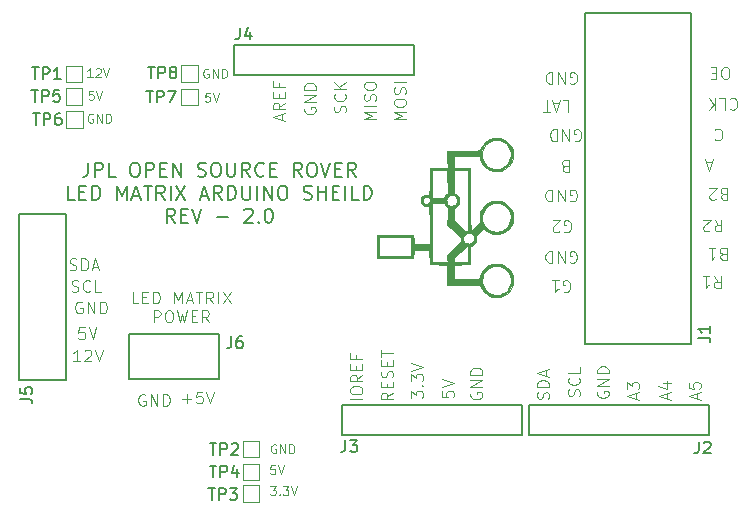
<source format=gbr>
G04 #@! TF.GenerationSoftware,KiCad,Pcbnew,(5.1.12-1-10_14)*
G04 #@! TF.CreationDate,2022-06-10T21:35:17-05:00*
G04 #@! TF.ProjectId,Arduino_uno_sheild,41726475-696e-46f5-9f75-6e6f5f736865,rev?*
G04 #@! TF.SameCoordinates,Original*
G04 #@! TF.FileFunction,Legend,Top*
G04 #@! TF.FilePolarity,Positive*
%FSLAX46Y46*%
G04 Gerber Fmt 4.6, Leading zero omitted, Abs format (unit mm)*
G04 Created by KiCad (PCBNEW (5.1.12-1-10_14)) date 2022-06-10 21:35:17*
%MOMM*%
%LPD*%
G01*
G04 APERTURE LIST*
%ADD10C,0.100000*%
%ADD11C,0.150000*%
%ADD12C,0.010000*%
%ADD13C,0.120000*%
G04 APERTURE END LIST*
D10*
X17907071Y39808500D02*
X17835642Y39844214D01*
X17728500Y39844214D01*
X17621357Y39808500D01*
X17549928Y39737071D01*
X17514214Y39665642D01*
X17478500Y39522785D01*
X17478500Y39415642D01*
X17514214Y39272785D01*
X17549928Y39201357D01*
X17621357Y39129928D01*
X17728500Y39094214D01*
X17799928Y39094214D01*
X17907071Y39129928D01*
X17942785Y39165642D01*
X17942785Y39415642D01*
X17799928Y39415642D01*
X18264214Y39094214D02*
X18264214Y39844214D01*
X18692785Y39094214D01*
X18692785Y39844214D01*
X19049928Y39094214D02*
X19049928Y39844214D01*
X19228500Y39844214D01*
X19335642Y39808500D01*
X19407071Y39737071D01*
X19442785Y39665642D01*
X19478500Y39522785D01*
X19478500Y39415642D01*
X19442785Y39272785D01*
X19407071Y39201357D01*
X19335642Y39129928D01*
X19228500Y39094214D01*
X19049928Y39094214D01*
X18018142Y37812214D02*
X17661000Y37812214D01*
X17625285Y37455071D01*
X17661000Y37490785D01*
X17732428Y37526500D01*
X17911000Y37526500D01*
X17982428Y37490785D01*
X18018142Y37455071D01*
X18053857Y37383642D01*
X18053857Y37205071D01*
X18018142Y37133642D01*
X17982428Y37097928D01*
X17911000Y37062214D01*
X17732428Y37062214D01*
X17661000Y37097928D01*
X17625285Y37133642D01*
X18268142Y37812214D02*
X18518142Y37062214D01*
X18768142Y37812214D01*
X23622071Y8033100D02*
X23550642Y8068814D01*
X23443500Y8068814D01*
X23336357Y8033100D01*
X23264928Y7961671D01*
X23229214Y7890242D01*
X23193500Y7747385D01*
X23193500Y7640242D01*
X23229214Y7497385D01*
X23264928Y7425957D01*
X23336357Y7354528D01*
X23443500Y7318814D01*
X23514928Y7318814D01*
X23622071Y7354528D01*
X23657785Y7390242D01*
X23657785Y7640242D01*
X23514928Y7640242D01*
X23979214Y7318814D02*
X23979214Y8068814D01*
X24407785Y7318814D01*
X24407785Y8068814D01*
X24764928Y7318814D02*
X24764928Y8068814D01*
X24943500Y8068814D01*
X25050642Y8033100D01*
X25122071Y7961671D01*
X25157785Y7890242D01*
X25193500Y7747385D01*
X25193500Y7640242D01*
X25157785Y7497385D01*
X25122071Y7425957D01*
X25050642Y7354528D01*
X24943500Y7318814D01*
X24764928Y7318814D01*
X23149857Y4525514D02*
X23614142Y4525514D01*
X23364142Y4239800D01*
X23471285Y4239800D01*
X23542714Y4204085D01*
X23578428Y4168371D01*
X23614142Y4096942D01*
X23614142Y3918371D01*
X23578428Y3846942D01*
X23542714Y3811228D01*
X23471285Y3775514D01*
X23257000Y3775514D01*
X23185571Y3811228D01*
X23149857Y3846942D01*
X23935571Y3846942D02*
X23971285Y3811228D01*
X23935571Y3775514D01*
X23899857Y3811228D01*
X23935571Y3846942D01*
X23935571Y3775514D01*
X24221285Y4525514D02*
X24685571Y4525514D01*
X24435571Y4239800D01*
X24542714Y4239800D01*
X24614142Y4204085D01*
X24649857Y4168371D01*
X24685571Y4096942D01*
X24685571Y3918371D01*
X24649857Y3846942D01*
X24614142Y3811228D01*
X24542714Y3775514D01*
X24328428Y3775514D01*
X24257000Y3811228D01*
X24221285Y3846942D01*
X24899857Y4525514D02*
X25149857Y3775514D01*
X25399857Y4525514D01*
X23542642Y6303514D02*
X23185500Y6303514D01*
X23149785Y5946371D01*
X23185500Y5982085D01*
X23256928Y6017800D01*
X23435500Y6017800D01*
X23506928Y5982085D01*
X23542642Y5946371D01*
X23578357Y5874942D01*
X23578357Y5696371D01*
X23542642Y5624942D01*
X23506928Y5589228D01*
X23435500Y5553514D01*
X23256928Y5553514D01*
X23185500Y5589228D01*
X23149785Y5624942D01*
X23792642Y6303514D02*
X24042642Y5553514D01*
X24292642Y6303514D01*
X8115371Y35998500D02*
X8043942Y36034214D01*
X7936800Y36034214D01*
X7829657Y35998500D01*
X7758228Y35927071D01*
X7722514Y35855642D01*
X7686800Y35712785D01*
X7686800Y35605642D01*
X7722514Y35462785D01*
X7758228Y35391357D01*
X7829657Y35319928D01*
X7936800Y35284214D01*
X8008228Y35284214D01*
X8115371Y35319928D01*
X8151085Y35355642D01*
X8151085Y35605642D01*
X8008228Y35605642D01*
X8472514Y35284214D02*
X8472514Y36034214D01*
X8901085Y35284214D01*
X8901085Y36034214D01*
X9258228Y35284214D02*
X9258228Y36034214D01*
X9436800Y36034214D01*
X9543942Y35998500D01*
X9615371Y35927071D01*
X9651085Y35855642D01*
X9686800Y35712785D01*
X9686800Y35605642D01*
X9651085Y35462785D01*
X9615371Y35391357D01*
X9543942Y35319928D01*
X9436800Y35284214D01*
X9258228Y35284214D01*
X8162942Y38002714D02*
X7805800Y38002714D01*
X7770085Y37645571D01*
X7805800Y37681285D01*
X7877228Y37717000D01*
X8055800Y37717000D01*
X8127228Y37681285D01*
X8162942Y37645571D01*
X8198657Y37574142D01*
X8198657Y37395571D01*
X8162942Y37324142D01*
X8127228Y37288428D01*
X8055800Y37252714D01*
X7877228Y37252714D01*
X7805800Y37288428D01*
X7770085Y37324142D01*
X8412942Y38002714D02*
X8662942Y37252714D01*
X8912942Y38002714D01*
X8095514Y39157714D02*
X7666942Y39157714D01*
X7881228Y39157714D02*
X7881228Y39907714D01*
X7809800Y39800571D01*
X7738371Y39729142D01*
X7666942Y39693428D01*
X8381228Y39836285D02*
X8416942Y39872000D01*
X8488371Y39907714D01*
X8666942Y39907714D01*
X8738371Y39872000D01*
X8774085Y39836285D01*
X8809800Y39764857D01*
X8809800Y39693428D01*
X8774085Y39586285D01*
X8345514Y39157714D01*
X8809800Y39157714D01*
X9024085Y39907714D02*
X9274085Y39157714D01*
X9524085Y39907714D01*
X12547695Y12285600D02*
X12452457Y12333219D01*
X12309600Y12333219D01*
X12166742Y12285600D01*
X12071504Y12190361D01*
X12023885Y12095123D01*
X11976266Y11904647D01*
X11976266Y11761790D01*
X12023885Y11571314D01*
X12071504Y11476076D01*
X12166742Y11380838D01*
X12309600Y11333219D01*
X12404838Y11333219D01*
X12547695Y11380838D01*
X12595314Y11428457D01*
X12595314Y11761790D01*
X12404838Y11761790D01*
X13023885Y11333219D02*
X13023885Y12333219D01*
X13595314Y11333219D01*
X13595314Y12333219D01*
X14071504Y11333219D02*
X14071504Y12333219D01*
X14309600Y12333219D01*
X14452457Y12285600D01*
X14547695Y12190361D01*
X14595314Y12095123D01*
X14642933Y11904647D01*
X14642933Y11761790D01*
X14595314Y11571314D01*
X14547695Y11476076D01*
X14452457Y11380838D01*
X14309600Y11333219D01*
X14071504Y11333219D01*
X15681485Y11917371D02*
X16443390Y11917371D01*
X16062438Y11536419D02*
X16062438Y12298323D01*
X17395771Y12536419D02*
X16919580Y12536419D01*
X16871961Y12060228D01*
X16919580Y12107847D01*
X17014819Y12155466D01*
X17252914Y12155466D01*
X17348152Y12107847D01*
X17395771Y12060228D01*
X17443390Y11964990D01*
X17443390Y11726895D01*
X17395771Y11631657D01*
X17348152Y11584038D01*
X17252914Y11536419D01*
X17014819Y11536419D01*
X16919580Y11584038D01*
X16871961Y11631657D01*
X17729104Y12536419D02*
X18062438Y11536419D01*
X18395771Y12536419D01*
X11976552Y20007219D02*
X11500361Y20007219D01*
X11500361Y21007219D01*
X12309885Y20531028D02*
X12643219Y20531028D01*
X12786076Y20007219D02*
X12309885Y20007219D01*
X12309885Y21007219D01*
X12786076Y21007219D01*
X13214647Y20007219D02*
X13214647Y21007219D01*
X13452742Y21007219D01*
X13595600Y20959600D01*
X13690838Y20864361D01*
X13738457Y20769123D01*
X13786076Y20578647D01*
X13786076Y20435790D01*
X13738457Y20245314D01*
X13690838Y20150076D01*
X13595600Y20054838D01*
X13452742Y20007219D01*
X13214647Y20007219D01*
X14976552Y20007219D02*
X14976552Y21007219D01*
X15309885Y20292933D01*
X15643219Y21007219D01*
X15643219Y20007219D01*
X16071790Y20292933D02*
X16547980Y20292933D01*
X15976552Y20007219D02*
X16309885Y21007219D01*
X16643219Y20007219D01*
X16833695Y21007219D02*
X17405123Y21007219D01*
X17119409Y20007219D02*
X17119409Y21007219D01*
X18309885Y20007219D02*
X17976552Y20483409D01*
X17738457Y20007219D02*
X17738457Y21007219D01*
X18119409Y21007219D01*
X18214647Y20959600D01*
X18262266Y20911980D01*
X18309885Y20816742D01*
X18309885Y20673885D01*
X18262266Y20578647D01*
X18214647Y20531028D01*
X18119409Y20483409D01*
X17738457Y20483409D01*
X18738457Y20007219D02*
X18738457Y21007219D01*
X19119409Y21007219D02*
X19786076Y20007219D01*
X19786076Y21007219D02*
X19119409Y20007219D01*
X13286076Y18407219D02*
X13286076Y19407219D01*
X13667028Y19407219D01*
X13762266Y19359600D01*
X13809885Y19311980D01*
X13857504Y19216742D01*
X13857504Y19073885D01*
X13809885Y18978647D01*
X13762266Y18931028D01*
X13667028Y18883409D01*
X13286076Y18883409D01*
X14476552Y19407219D02*
X14667028Y19407219D01*
X14762266Y19359600D01*
X14857504Y19264361D01*
X14905123Y19073885D01*
X14905123Y18740552D01*
X14857504Y18550076D01*
X14762266Y18454838D01*
X14667028Y18407219D01*
X14476552Y18407219D01*
X14381314Y18454838D01*
X14286076Y18550076D01*
X14238457Y18740552D01*
X14238457Y19073885D01*
X14286076Y19264361D01*
X14381314Y19359600D01*
X14476552Y19407219D01*
X15238457Y19407219D02*
X15476552Y18407219D01*
X15667028Y19121504D01*
X15857504Y18407219D01*
X16095600Y19407219D01*
X16476552Y18931028D02*
X16809885Y18931028D01*
X16952742Y18407219D02*
X16476552Y18407219D01*
X16476552Y19407219D01*
X16952742Y19407219D01*
X17952742Y18407219D02*
X17619409Y18883409D01*
X17381314Y18407219D02*
X17381314Y19407219D01*
X17762266Y19407219D01*
X17857504Y19359600D01*
X17905123Y19311980D01*
X17952742Y19216742D01*
X17952742Y19073885D01*
X17905123Y18978647D01*
X17857504Y18931028D01*
X17762266Y18883409D01*
X17381314Y18883409D01*
X6327923Y21032838D02*
X6470780Y20985219D01*
X6708876Y20985219D01*
X6804114Y21032838D01*
X6851733Y21080457D01*
X6899352Y21175695D01*
X6899352Y21270933D01*
X6851733Y21366171D01*
X6804114Y21413790D01*
X6708876Y21461409D01*
X6518400Y21509028D01*
X6423161Y21556647D01*
X6375542Y21604266D01*
X6327923Y21699504D01*
X6327923Y21794742D01*
X6375542Y21889980D01*
X6423161Y21937600D01*
X6518400Y21985219D01*
X6756495Y21985219D01*
X6899352Y21937600D01*
X7899352Y21080457D02*
X7851733Y21032838D01*
X7708876Y20985219D01*
X7613638Y20985219D01*
X7470780Y21032838D01*
X7375542Y21128076D01*
X7327923Y21223314D01*
X7280304Y21413790D01*
X7280304Y21556647D01*
X7327923Y21747123D01*
X7375542Y21842361D01*
X7470780Y21937600D01*
X7613638Y21985219D01*
X7708876Y21985219D01*
X7851733Y21937600D01*
X7899352Y21889980D01*
X8804114Y20985219D02*
X8327923Y20985219D01*
X8327923Y21985219D01*
X7429523Y17972019D02*
X6953333Y17972019D01*
X6905714Y17495828D01*
X6953333Y17543447D01*
X7048571Y17591066D01*
X7286666Y17591066D01*
X7381904Y17543447D01*
X7429523Y17495828D01*
X7477142Y17400590D01*
X7477142Y17162495D01*
X7429523Y17067257D01*
X7381904Y17019638D01*
X7286666Y16972019D01*
X7048571Y16972019D01*
X6953333Y17019638D01*
X6905714Y17067257D01*
X7762857Y17972019D02*
X8096190Y16972019D01*
X8429523Y17972019D01*
X7051752Y15092419D02*
X6480323Y15092419D01*
X6766038Y15092419D02*
X6766038Y16092419D01*
X6670800Y15949561D01*
X6575561Y15854323D01*
X6480323Y15806704D01*
X7432704Y15997180D02*
X7480323Y16044800D01*
X7575561Y16092419D01*
X7813657Y16092419D01*
X7908895Y16044800D01*
X7956514Y15997180D01*
X8004133Y15901942D01*
X8004133Y15806704D01*
X7956514Y15663847D01*
X7385085Y15092419D01*
X8004133Y15092419D01*
X8289847Y16092419D02*
X8623180Y15092419D01*
X8956514Y16092419D01*
X7213695Y20108800D02*
X7118457Y20156419D01*
X6975599Y20156419D01*
X6832742Y20108800D01*
X6737504Y20013561D01*
X6689885Y19918323D01*
X6642266Y19727847D01*
X6642266Y19584990D01*
X6689885Y19394514D01*
X6737504Y19299276D01*
X6832742Y19204038D01*
X6975599Y19156419D01*
X7070838Y19156419D01*
X7213695Y19204038D01*
X7261314Y19251657D01*
X7261314Y19584990D01*
X7070838Y19584990D01*
X7689885Y19156419D02*
X7689885Y20156419D01*
X8261314Y19156419D01*
X8261314Y20156419D01*
X8737504Y19156419D02*
X8737504Y20156419D01*
X8975600Y20156419D01*
X9118457Y20108800D01*
X9213695Y20013561D01*
X9261314Y19918323D01*
X9308933Y19727847D01*
X9308933Y19584990D01*
X9261314Y19394514D01*
X9213695Y19299276D01*
X9118457Y19204038D01*
X8975600Y19156419D01*
X8737504Y19156419D01*
X6151714Y22861638D02*
X6294571Y22814019D01*
X6532666Y22814019D01*
X6627904Y22861638D01*
X6675523Y22909257D01*
X6723142Y23004495D01*
X6723142Y23099733D01*
X6675523Y23194971D01*
X6627904Y23242590D01*
X6532666Y23290209D01*
X6342190Y23337828D01*
X6246952Y23385447D01*
X6199333Y23433066D01*
X6151714Y23528304D01*
X6151714Y23623542D01*
X6199333Y23718780D01*
X6246952Y23766400D01*
X6342190Y23814019D01*
X6580285Y23814019D01*
X6723142Y23766400D01*
X7151714Y22814019D02*
X7151714Y23814019D01*
X7389809Y23814019D01*
X7532666Y23766400D01*
X7627904Y23671161D01*
X7675523Y23575923D01*
X7723142Y23385447D01*
X7723142Y23242590D01*
X7675523Y23052114D01*
X7627904Y22956876D01*
X7532666Y22861638D01*
X7389809Y22814019D01*
X7151714Y22814019D01*
X8104095Y23099733D02*
X8580285Y23099733D01*
X8008857Y22814019D02*
X8342190Y23814019D01*
X8675523Y22814019D01*
X59285166Y11922214D02*
X59285166Y12398404D01*
X59570880Y11826976D02*
X58570880Y12160309D01*
X59570880Y12493642D01*
X58570880Y13303166D02*
X58570880Y12826976D01*
X59047071Y12779357D01*
X58999452Y12826976D01*
X58951833Y12922214D01*
X58951833Y13160309D01*
X58999452Y13255547D01*
X59047071Y13303166D01*
X59142309Y13350785D01*
X59380404Y13350785D01*
X59475642Y13303166D01*
X59523261Y13255547D01*
X59570880Y13160309D01*
X59570880Y12922214D01*
X59523261Y12826976D01*
X59475642Y12779357D01*
X56745166Y11922214D02*
X56745166Y12398404D01*
X57030880Y11826976D02*
X56030880Y12160309D01*
X57030880Y12493642D01*
X56364214Y13255547D02*
X57030880Y13255547D01*
X55983261Y13017452D02*
X56697547Y12779357D01*
X56697547Y13398404D01*
X54078166Y11922214D02*
X54078166Y12398404D01*
X54363880Y11826976D02*
X53363880Y12160309D01*
X54363880Y12493642D01*
X53363880Y12731738D02*
X53363880Y13350785D01*
X53744833Y13017452D01*
X53744833Y13160309D01*
X53792452Y13255547D01*
X53840071Y13303166D01*
X53935309Y13350785D01*
X54173404Y13350785D01*
X54268642Y13303166D01*
X54316261Y13255547D01*
X54363880Y13160309D01*
X54363880Y12874595D01*
X54316261Y12779357D01*
X54268642Y12731738D01*
X50871500Y12573095D02*
X50823880Y12477857D01*
X50823880Y12335000D01*
X50871500Y12192142D01*
X50966738Y12096904D01*
X51061976Y12049285D01*
X51252452Y12001666D01*
X51395309Y12001666D01*
X51585785Y12049285D01*
X51681023Y12096904D01*
X51776261Y12192142D01*
X51823880Y12335000D01*
X51823880Y12430238D01*
X51776261Y12573095D01*
X51728642Y12620714D01*
X51395309Y12620714D01*
X51395309Y12430238D01*
X51823880Y13049285D02*
X50823880Y13049285D01*
X51823880Y13620714D01*
X50823880Y13620714D01*
X51823880Y14096904D02*
X50823880Y14096904D01*
X50823880Y14335000D01*
X50871500Y14477857D01*
X50966738Y14573095D01*
X51061976Y14620714D01*
X51252452Y14668333D01*
X51395309Y14668333D01*
X51585785Y14620714D01*
X51681023Y14573095D01*
X51776261Y14477857D01*
X51823880Y14335000D01*
X51823880Y14096904D01*
X49299761Y12144523D02*
X49347380Y12287380D01*
X49347380Y12525476D01*
X49299761Y12620714D01*
X49252142Y12668333D01*
X49156904Y12715952D01*
X49061666Y12715952D01*
X48966428Y12668333D01*
X48918809Y12620714D01*
X48871190Y12525476D01*
X48823571Y12335000D01*
X48775952Y12239761D01*
X48728333Y12192142D01*
X48633095Y12144523D01*
X48537857Y12144523D01*
X48442619Y12192142D01*
X48395000Y12239761D01*
X48347380Y12335000D01*
X48347380Y12573095D01*
X48395000Y12715952D01*
X49252142Y13715952D02*
X49299761Y13668333D01*
X49347380Y13525476D01*
X49347380Y13430238D01*
X49299761Y13287380D01*
X49204523Y13192142D01*
X49109285Y13144523D01*
X48918809Y13096904D01*
X48775952Y13096904D01*
X48585476Y13144523D01*
X48490238Y13192142D01*
X48395000Y13287380D01*
X48347380Y13430238D01*
X48347380Y13525476D01*
X48395000Y13668333D01*
X48442619Y13715952D01*
X49347380Y14620714D02*
X49347380Y14144523D01*
X48347380Y14144523D01*
X46696261Y11930214D02*
X46743880Y12073071D01*
X46743880Y12311166D01*
X46696261Y12406404D01*
X46648642Y12454023D01*
X46553404Y12501642D01*
X46458166Y12501642D01*
X46362928Y12454023D01*
X46315309Y12406404D01*
X46267690Y12311166D01*
X46220071Y12120690D01*
X46172452Y12025452D01*
X46124833Y11977833D01*
X46029595Y11930214D01*
X45934357Y11930214D01*
X45839119Y11977833D01*
X45791500Y12025452D01*
X45743880Y12120690D01*
X45743880Y12358785D01*
X45791500Y12501642D01*
X46743880Y12930214D02*
X45743880Y12930214D01*
X45743880Y13168309D01*
X45791500Y13311166D01*
X45886738Y13406404D01*
X45981976Y13454023D01*
X46172452Y13501642D01*
X46315309Y13501642D01*
X46505785Y13454023D01*
X46601023Y13406404D01*
X46696261Y13311166D01*
X46743880Y13168309D01*
X46743880Y12930214D01*
X46458166Y13882595D02*
X46458166Y14358785D01*
X46743880Y13787357D02*
X45743880Y14120690D01*
X46743880Y14454023D01*
X40140000Y12446095D02*
X40092380Y12350857D01*
X40092380Y12208000D01*
X40140000Y12065142D01*
X40235238Y11969904D01*
X40330476Y11922285D01*
X40520952Y11874666D01*
X40663809Y11874666D01*
X40854285Y11922285D01*
X40949523Y11969904D01*
X41044761Y12065142D01*
X41092380Y12208000D01*
X41092380Y12303238D01*
X41044761Y12446095D01*
X40997142Y12493714D01*
X40663809Y12493714D01*
X40663809Y12303238D01*
X41092380Y12922285D02*
X40092380Y12922285D01*
X41092380Y13493714D01*
X40092380Y13493714D01*
X41092380Y13969904D02*
X40092380Y13969904D01*
X40092380Y14208000D01*
X40140000Y14350857D01*
X40235238Y14446095D01*
X40330476Y14493714D01*
X40520952Y14541333D01*
X40663809Y14541333D01*
X40854285Y14493714D01*
X40949523Y14446095D01*
X41044761Y14350857D01*
X41092380Y14208000D01*
X41092380Y13969904D01*
X37679380Y12573023D02*
X37679380Y12096833D01*
X38155571Y12049214D01*
X38107952Y12096833D01*
X38060333Y12192071D01*
X38060333Y12430166D01*
X38107952Y12525404D01*
X38155571Y12573023D01*
X38250809Y12620642D01*
X38488904Y12620642D01*
X38584142Y12573023D01*
X38631761Y12525404D01*
X38679380Y12430166D01*
X38679380Y12192071D01*
X38631761Y12096833D01*
X38584142Y12049214D01*
X37679380Y12906357D02*
X38679380Y13239690D01*
X37679380Y13573023D01*
X35075880Y11985809D02*
X35075880Y12604857D01*
X35456833Y12271523D01*
X35456833Y12414380D01*
X35504452Y12509619D01*
X35552071Y12557238D01*
X35647309Y12604857D01*
X35885404Y12604857D01*
X35980642Y12557238D01*
X36028261Y12509619D01*
X36075880Y12414380D01*
X36075880Y12128666D01*
X36028261Y12033428D01*
X35980642Y11985809D01*
X35980642Y13033428D02*
X36028261Y13081047D01*
X36075880Y13033428D01*
X36028261Y12985809D01*
X35980642Y13033428D01*
X36075880Y13033428D01*
X35075880Y13414380D02*
X35075880Y14033428D01*
X35456833Y13700095D01*
X35456833Y13842952D01*
X35504452Y13938190D01*
X35552071Y13985809D01*
X35647309Y14033428D01*
X35885404Y14033428D01*
X35980642Y13985809D01*
X36028261Y13938190D01*
X36075880Y13842952D01*
X36075880Y13557238D01*
X36028261Y13462000D01*
X35980642Y13414380D01*
X35075880Y14319142D02*
X36075880Y14652476D01*
X35075880Y14985809D01*
X33535880Y12454119D02*
X33059690Y12120785D01*
X33535880Y11882690D02*
X32535880Y11882690D01*
X32535880Y12263642D01*
X32583500Y12358880D01*
X32631119Y12406500D01*
X32726357Y12454119D01*
X32869214Y12454119D01*
X32964452Y12406500D01*
X33012071Y12358880D01*
X33059690Y12263642D01*
X33059690Y11882690D01*
X33012071Y12882690D02*
X33012071Y13216023D01*
X33535880Y13358880D02*
X33535880Y12882690D01*
X32535880Y12882690D01*
X32535880Y13358880D01*
X33488261Y13739833D02*
X33535880Y13882690D01*
X33535880Y14120785D01*
X33488261Y14216023D01*
X33440642Y14263642D01*
X33345404Y14311261D01*
X33250166Y14311261D01*
X33154928Y14263642D01*
X33107309Y14216023D01*
X33059690Y14120785D01*
X33012071Y13930309D01*
X32964452Y13835071D01*
X32916833Y13787452D01*
X32821595Y13739833D01*
X32726357Y13739833D01*
X32631119Y13787452D01*
X32583500Y13835071D01*
X32535880Y13930309D01*
X32535880Y14168404D01*
X32583500Y14311261D01*
X33012071Y14739833D02*
X33012071Y15073166D01*
X33535880Y15216023D02*
X33535880Y14739833D01*
X32535880Y14739833D01*
X32535880Y15216023D01*
X32535880Y15501738D02*
X32535880Y16073166D01*
X33535880Y15787452D02*
X32535880Y15787452D01*
X30932380Y11874738D02*
X29932380Y11874738D01*
X29932380Y12541404D02*
X29932380Y12731880D01*
X29980000Y12827119D01*
X30075238Y12922357D01*
X30265714Y12969976D01*
X30599047Y12969976D01*
X30789523Y12922357D01*
X30884761Y12827119D01*
X30932380Y12731880D01*
X30932380Y12541404D01*
X30884761Y12446166D01*
X30789523Y12350928D01*
X30599047Y12303309D01*
X30265714Y12303309D01*
X30075238Y12350928D01*
X29980000Y12446166D01*
X29932380Y12541404D01*
X30932380Y13969976D02*
X30456190Y13636642D01*
X30932380Y13398547D02*
X29932380Y13398547D01*
X29932380Y13779500D01*
X29980000Y13874738D01*
X30027619Y13922357D01*
X30122857Y13969976D01*
X30265714Y13969976D01*
X30360952Y13922357D01*
X30408571Y13874738D01*
X30456190Y13779500D01*
X30456190Y13398547D01*
X30408571Y14398547D02*
X30408571Y14731880D01*
X30932380Y14874738D02*
X30932380Y14398547D01*
X29932380Y14398547D01*
X29932380Y14874738D01*
X30408571Y15636642D02*
X30408571Y15303309D01*
X30932380Y15303309D02*
X29932380Y15303309D01*
X29932380Y15779500D01*
X48551295Y38636423D02*
X48646533Y38588803D01*
X48789391Y38588803D01*
X48932248Y38636423D01*
X49027486Y38731661D01*
X49075105Y38826899D01*
X49122724Y39017375D01*
X49122724Y39160232D01*
X49075105Y39350708D01*
X49027486Y39445946D01*
X48932248Y39541184D01*
X48789391Y39588803D01*
X48694152Y39588803D01*
X48551295Y39541184D01*
X48503676Y39493565D01*
X48503676Y39160232D01*
X48694152Y39160232D01*
X48075105Y39588803D02*
X48075105Y38588803D01*
X47503676Y39588803D01*
X47503676Y38588803D01*
X47027486Y39588803D02*
X47027486Y38588803D01*
X46789391Y38588803D01*
X46646533Y38636423D01*
X46551295Y38731661D01*
X46503676Y38826899D01*
X46456057Y39017375D01*
X46456057Y39160232D01*
X46503676Y39350708D01*
X46551295Y39445946D01*
X46646533Y39541184D01*
X46789391Y39588803D01*
X47027486Y39588803D01*
X47896400Y37231580D02*
X48372590Y37231580D01*
X48372590Y36231580D01*
X47610685Y36945866D02*
X47134495Y36945866D01*
X47705923Y37231580D02*
X47372590Y36231580D01*
X47039257Y37231580D01*
X46848780Y36231580D02*
X46277352Y36231580D01*
X46563066Y37231580D02*
X46563066Y36231580D01*
X48919595Y33785023D02*
X49014833Y33737403D01*
X49157691Y33737403D01*
X49300548Y33785023D01*
X49395786Y33880261D01*
X49443405Y33975499D01*
X49491024Y34165975D01*
X49491024Y34308832D01*
X49443405Y34499308D01*
X49395786Y34594546D01*
X49300548Y34689784D01*
X49157691Y34737403D01*
X49062452Y34737403D01*
X48919595Y34689784D01*
X48871976Y34642165D01*
X48871976Y34308832D01*
X49062452Y34308832D01*
X48443405Y34737403D02*
X48443405Y33737403D01*
X47871976Y34737403D01*
X47871976Y33737403D01*
X47395786Y34737403D02*
X47395786Y33737403D01*
X47157691Y33737403D01*
X47014833Y33785023D01*
X46919595Y33880261D01*
X46871976Y33975499D01*
X46824357Y34165975D01*
X46824357Y34308832D01*
X46871976Y34499308D01*
X46919595Y34594546D01*
X47014833Y34689784D01*
X47157691Y34737403D01*
X47395786Y34737403D01*
X48086262Y31610094D02*
X47943405Y31657713D01*
X47895786Y31705332D01*
X47848167Y31800570D01*
X47848167Y31943427D01*
X47895786Y32038665D01*
X47943405Y32086284D01*
X48038643Y32133903D01*
X48419595Y32133903D01*
X48419595Y31133903D01*
X48086262Y31133903D01*
X47991024Y31181523D01*
X47943405Y31229142D01*
X47895786Y31324380D01*
X47895786Y31419618D01*
X47943405Y31514856D01*
X47991024Y31562475D01*
X48086262Y31610094D01*
X48419595Y31610094D01*
X48538595Y28692323D02*
X48633833Y28644703D01*
X48776691Y28644703D01*
X48919548Y28692323D01*
X49014786Y28787561D01*
X49062405Y28882799D01*
X49110024Y29073275D01*
X49110024Y29216132D01*
X49062405Y29406608D01*
X49014786Y29501846D01*
X48919548Y29597084D01*
X48776691Y29644703D01*
X48681452Y29644703D01*
X48538595Y29597084D01*
X48490976Y29549465D01*
X48490976Y29216132D01*
X48681452Y29216132D01*
X48062405Y29644703D02*
X48062405Y28644703D01*
X47490976Y29644703D01*
X47490976Y28644703D01*
X47014786Y29644703D02*
X47014786Y28644703D01*
X46776691Y28644703D01*
X46633833Y28692323D01*
X46538595Y28787561D01*
X46490976Y28882799D01*
X46443357Y29073275D01*
X46443357Y29216132D01*
X46490976Y29406608D01*
X46538595Y29501846D01*
X46633833Y29597084D01*
X46776691Y29644703D01*
X47014786Y29644703D01*
X48054476Y26088823D02*
X48149714Y26041203D01*
X48292571Y26041203D01*
X48435429Y26088823D01*
X48530667Y26184061D01*
X48578286Y26279299D01*
X48625905Y26469775D01*
X48625905Y26612632D01*
X48578286Y26803108D01*
X48530667Y26898346D01*
X48435429Y26993584D01*
X48292571Y27041203D01*
X48197333Y27041203D01*
X48054476Y26993584D01*
X48006857Y26945965D01*
X48006857Y26612632D01*
X48197333Y26612632D01*
X47625905Y26136442D02*
X47578286Y26088823D01*
X47483048Y26041203D01*
X47244952Y26041203D01*
X47149714Y26088823D01*
X47102095Y26136442D01*
X47054476Y26231680D01*
X47054476Y26326918D01*
X47102095Y26469775D01*
X47673524Y27041203D01*
X47054476Y27041203D01*
X48538595Y23485323D02*
X48633833Y23437703D01*
X48776691Y23437703D01*
X48919548Y23485323D01*
X49014786Y23580561D01*
X49062405Y23675799D01*
X49110024Y23866275D01*
X49110024Y24009132D01*
X49062405Y24199608D01*
X49014786Y24294846D01*
X48919548Y24390084D01*
X48776691Y24437703D01*
X48681452Y24437703D01*
X48538595Y24390084D01*
X48490976Y24342465D01*
X48490976Y24009132D01*
X48681452Y24009132D01*
X48062405Y24437703D02*
X48062405Y23437703D01*
X47490976Y24437703D01*
X47490976Y23437703D01*
X47014786Y24437703D02*
X47014786Y23437703D01*
X46776691Y23437703D01*
X46633833Y23485323D01*
X46538595Y23580561D01*
X46490976Y23675799D01*
X46443357Y23866275D01*
X46443357Y24009132D01*
X46490976Y24199608D01*
X46538595Y24294846D01*
X46633833Y24390084D01*
X46776691Y24437703D01*
X47014786Y24437703D01*
X47990976Y21008823D02*
X48086214Y20961203D01*
X48229071Y20961203D01*
X48371929Y21008823D01*
X48467167Y21104061D01*
X48514786Y21199299D01*
X48562405Y21389775D01*
X48562405Y21532632D01*
X48514786Y21723108D01*
X48467167Y21818346D01*
X48371929Y21913584D01*
X48229071Y21961203D01*
X48133833Y21961203D01*
X47990976Y21913584D01*
X47943357Y21865965D01*
X47943357Y21532632D01*
X48133833Y21532632D01*
X46990976Y21961203D02*
X47562405Y21961203D01*
X47276691Y21961203D02*
X47276691Y20961203D01*
X47371929Y21104061D01*
X47467167Y21199299D01*
X47562405Y21246918D01*
X61773610Y39007903D02*
X61583133Y39007903D01*
X61487895Y39055523D01*
X61392657Y39150761D01*
X61345038Y39341237D01*
X61345038Y39674570D01*
X61392657Y39865046D01*
X61487895Y39960284D01*
X61583133Y40007903D01*
X61773610Y40007903D01*
X61868848Y39960284D01*
X61964086Y39865046D01*
X62011705Y39674570D01*
X62011705Y39341237D01*
X61964086Y39150761D01*
X61868848Y39055523D01*
X61773610Y39007903D01*
X60916467Y39484094D02*
X60583133Y39484094D01*
X60440276Y40007903D02*
X60916467Y40007903D01*
X60916467Y39007903D01*
X60440276Y39007903D01*
X62075229Y37309165D02*
X62122848Y37356784D01*
X62265705Y37404403D01*
X62360943Y37404403D01*
X62503800Y37356784D01*
X62599038Y37261546D01*
X62646657Y37166308D01*
X62694276Y36975832D01*
X62694276Y36832975D01*
X62646657Y36642499D01*
X62599038Y36547261D01*
X62503800Y36452023D01*
X62360943Y36404403D01*
X62265705Y36404403D01*
X62122848Y36452023D01*
X62075229Y36499642D01*
X61170467Y37404403D02*
X61646657Y37404403D01*
X61646657Y36404403D01*
X60837133Y37404403D02*
X60837133Y36404403D01*
X60265705Y37404403D02*
X60694276Y36832975D01*
X60265705Y36404403D02*
X60837133Y36975832D01*
X60789467Y34705665D02*
X60837086Y34753284D01*
X60979943Y34800903D01*
X61075181Y34800903D01*
X61218038Y34753284D01*
X61313276Y34658046D01*
X61360895Y34562808D01*
X61408514Y34372332D01*
X61408514Y34229475D01*
X61360895Y34038999D01*
X61313276Y33943761D01*
X61218038Y33848523D01*
X61075181Y33800903D01*
X60979943Y33800903D01*
X60837086Y33848523D01*
X60789467Y33896142D01*
X60524286Y31937089D02*
X60048095Y31937089D01*
X60619524Y32222803D02*
X60286191Y31222803D01*
X59952857Y32222803D01*
X61503752Y29260594D02*
X61360895Y29308213D01*
X61313276Y29355832D01*
X61265657Y29451070D01*
X61265657Y29593927D01*
X61313276Y29689165D01*
X61360895Y29736784D01*
X61456133Y29784403D01*
X61837086Y29784403D01*
X61837086Y28784403D01*
X61503752Y28784403D01*
X61408514Y28832023D01*
X61360895Y28879642D01*
X61313276Y28974880D01*
X61313276Y29070118D01*
X61360895Y29165356D01*
X61408514Y29212975D01*
X61503752Y29260594D01*
X61837086Y29260594D01*
X60884705Y28879642D02*
X60837086Y28832023D01*
X60741848Y28784403D01*
X60503752Y28784403D01*
X60408514Y28832023D01*
X60360895Y28879642D01*
X60313276Y28974880D01*
X60313276Y29070118D01*
X60360895Y29212975D01*
X60932324Y29784403D01*
X60313276Y29784403D01*
X60757657Y27092003D02*
X61090991Y26615813D01*
X61329086Y27092003D02*
X61329086Y26092003D01*
X60948133Y26092003D01*
X60852895Y26139623D01*
X60805276Y26187242D01*
X60757657Y26282480D01*
X60757657Y26425337D01*
X60805276Y26520575D01*
X60852895Y26568194D01*
X60948133Y26615813D01*
X61329086Y26615813D01*
X60376705Y26187242D02*
X60329086Y26139623D01*
X60233848Y26092003D01*
X59995752Y26092003D01*
X59900514Y26139623D01*
X59852895Y26187242D01*
X59805276Y26282480D01*
X59805276Y26377718D01*
X59852895Y26520575D01*
X60424324Y27092003D01*
X59805276Y27092003D01*
X61440252Y24180594D02*
X61297395Y24228213D01*
X61249776Y24275832D01*
X61202157Y24371070D01*
X61202157Y24513927D01*
X61249776Y24609165D01*
X61297395Y24656784D01*
X61392633Y24704403D01*
X61773586Y24704403D01*
X61773586Y23704403D01*
X61440252Y23704403D01*
X61345014Y23752023D01*
X61297395Y23799642D01*
X61249776Y23894880D01*
X61249776Y23990118D01*
X61297395Y24085356D01*
X61345014Y24132975D01*
X61440252Y24180594D01*
X61773586Y24180594D01*
X60249776Y24704403D02*
X60821205Y24704403D01*
X60535491Y24704403D02*
X60535491Y23704403D01*
X60630729Y23847261D01*
X60725967Y23942499D01*
X60821205Y23990118D01*
X60706857Y22316803D02*
X61040191Y21840613D01*
X61278286Y22316803D02*
X61278286Y21316803D01*
X60897333Y21316803D01*
X60802095Y21364423D01*
X60754476Y21412042D01*
X60706857Y21507280D01*
X60706857Y21650137D01*
X60754476Y21745375D01*
X60802095Y21792994D01*
X60897333Y21840613D01*
X61278286Y21840613D01*
X59754476Y22316803D02*
X60325905Y22316803D01*
X60040191Y22316803D02*
X60040191Y21316803D01*
X60135429Y21459661D01*
X60230667Y21554899D01*
X60325905Y21602518D01*
X34615380Y35576071D02*
X33615380Y35576071D01*
X34329666Y35909404D01*
X33615380Y36242738D01*
X34615380Y36242738D01*
X33615380Y36909404D02*
X33615380Y37099880D01*
X33663000Y37195119D01*
X33758238Y37290357D01*
X33948714Y37337976D01*
X34282047Y37337976D01*
X34472523Y37290357D01*
X34567761Y37195119D01*
X34615380Y37099880D01*
X34615380Y36909404D01*
X34567761Y36814166D01*
X34472523Y36718928D01*
X34282047Y36671309D01*
X33948714Y36671309D01*
X33758238Y36718928D01*
X33663000Y36814166D01*
X33615380Y36909404D01*
X34567761Y37718928D02*
X34615380Y37861785D01*
X34615380Y38099880D01*
X34567761Y38195119D01*
X34520142Y38242738D01*
X34424904Y38290357D01*
X34329666Y38290357D01*
X34234428Y38242738D01*
X34186809Y38195119D01*
X34139190Y38099880D01*
X34091571Y37909404D01*
X34043952Y37814166D01*
X33996333Y37766547D01*
X33901095Y37718928D01*
X33805857Y37718928D01*
X33710619Y37766547D01*
X33663000Y37814166D01*
X33615380Y37909404D01*
X33615380Y38147500D01*
X33663000Y38290357D01*
X34615380Y38718928D02*
X33615380Y38718928D01*
X32075380Y35576071D02*
X31075380Y35576071D01*
X31789666Y35909404D01*
X31075380Y36242738D01*
X32075380Y36242738D01*
X32075380Y36718928D02*
X31075380Y36718928D01*
X32027761Y37147500D02*
X32075380Y37290357D01*
X32075380Y37528452D01*
X32027761Y37623690D01*
X31980142Y37671309D01*
X31884904Y37718928D01*
X31789666Y37718928D01*
X31694428Y37671309D01*
X31646809Y37623690D01*
X31599190Y37528452D01*
X31551571Y37337976D01*
X31503952Y37242738D01*
X31456333Y37195119D01*
X31361095Y37147500D01*
X31265857Y37147500D01*
X31170619Y37195119D01*
X31123000Y37242738D01*
X31075380Y37337976D01*
X31075380Y37576071D01*
X31123000Y37718928D01*
X31075380Y38337976D02*
X31075380Y38528452D01*
X31123000Y38623690D01*
X31218238Y38718928D01*
X31408714Y38766547D01*
X31742047Y38766547D01*
X31932523Y38718928D01*
X32027761Y38623690D01*
X32075380Y38528452D01*
X32075380Y38337976D01*
X32027761Y38242738D01*
X31932523Y38147500D01*
X31742047Y38099880D01*
X31408714Y38099880D01*
X31218238Y38147500D01*
X31123000Y38242738D01*
X31075380Y38337976D01*
X29487761Y36179285D02*
X29535380Y36322142D01*
X29535380Y36560238D01*
X29487761Y36655476D01*
X29440142Y36703095D01*
X29344904Y36750714D01*
X29249666Y36750714D01*
X29154428Y36703095D01*
X29106809Y36655476D01*
X29059190Y36560238D01*
X29011571Y36369761D01*
X28963952Y36274523D01*
X28916333Y36226904D01*
X28821095Y36179285D01*
X28725857Y36179285D01*
X28630619Y36226904D01*
X28583000Y36274523D01*
X28535380Y36369761D01*
X28535380Y36607857D01*
X28583000Y36750714D01*
X29440142Y37750714D02*
X29487761Y37703095D01*
X29535380Y37560238D01*
X29535380Y37465000D01*
X29487761Y37322142D01*
X29392523Y37226904D01*
X29297285Y37179285D01*
X29106809Y37131666D01*
X28963952Y37131666D01*
X28773476Y37179285D01*
X28678238Y37226904D01*
X28583000Y37322142D01*
X28535380Y37465000D01*
X28535380Y37560238D01*
X28583000Y37703095D01*
X28630619Y37750714D01*
X29535380Y38179285D02*
X28535380Y38179285D01*
X29535380Y38750714D02*
X28963952Y38322142D01*
X28535380Y38750714D02*
X29106809Y38179285D01*
X26043000Y36576095D02*
X25995380Y36480857D01*
X25995380Y36338000D01*
X26043000Y36195142D01*
X26138238Y36099904D01*
X26233476Y36052285D01*
X26423952Y36004666D01*
X26566809Y36004666D01*
X26757285Y36052285D01*
X26852523Y36099904D01*
X26947761Y36195142D01*
X26995380Y36338000D01*
X26995380Y36433238D01*
X26947761Y36576095D01*
X26900142Y36623714D01*
X26566809Y36623714D01*
X26566809Y36433238D01*
X26995380Y37052285D02*
X25995380Y37052285D01*
X26995380Y37623714D01*
X25995380Y37623714D01*
X26995380Y38099904D02*
X25995380Y38099904D01*
X25995380Y38338000D01*
X26043000Y38480857D01*
X26138238Y38576095D01*
X26233476Y38623714D01*
X26423952Y38671333D01*
X26566809Y38671333D01*
X26757285Y38623714D01*
X26852523Y38576095D01*
X26947761Y38480857D01*
X26995380Y38338000D01*
X26995380Y38099904D01*
X24106166Y35528452D02*
X24106166Y36004642D01*
X24391880Y35433214D02*
X23391880Y35766547D01*
X24391880Y36099880D01*
X24391880Y37004642D02*
X23915690Y36671309D01*
X24391880Y36433214D02*
X23391880Y36433214D01*
X23391880Y36814166D01*
X23439500Y36909404D01*
X23487119Y36957023D01*
X23582357Y37004642D01*
X23725214Y37004642D01*
X23820452Y36957023D01*
X23868071Y36909404D01*
X23915690Y36814166D01*
X23915690Y36433214D01*
X23868071Y37433214D02*
X23868071Y37766547D01*
X24391880Y37909404D02*
X24391880Y37433214D01*
X23391880Y37433214D01*
X23391880Y37909404D01*
X23868071Y38671309D02*
X23868071Y38337976D01*
X24391880Y38337976D02*
X23391880Y38337976D01*
X23391880Y38814166D01*
D11*
X7703942Y31918742D02*
X7703942Y31061600D01*
X7646799Y30890171D01*
X7532514Y30775885D01*
X7361085Y30718742D01*
X7246800Y30718742D01*
X8275371Y30718742D02*
X8275371Y31918742D01*
X8732514Y31918742D01*
X8846799Y31861600D01*
X8903942Y31804457D01*
X8961085Y31690171D01*
X8961085Y31518742D01*
X8903942Y31404457D01*
X8846799Y31347314D01*
X8732514Y31290171D01*
X8275371Y31290171D01*
X10046799Y30718742D02*
X9475371Y30718742D01*
X9475371Y31918742D01*
X11589657Y31918742D02*
X11818228Y31918742D01*
X11932514Y31861600D01*
X12046799Y31747314D01*
X12103942Y31518742D01*
X12103942Y31118742D01*
X12046799Y30890171D01*
X11932514Y30775885D01*
X11818228Y30718742D01*
X11589657Y30718742D01*
X11475371Y30775885D01*
X11361085Y30890171D01*
X11303942Y31118742D01*
X11303942Y31518742D01*
X11361085Y31747314D01*
X11475371Y31861600D01*
X11589657Y31918742D01*
X12618228Y30718742D02*
X12618228Y31918742D01*
X13075371Y31918742D01*
X13189657Y31861600D01*
X13246799Y31804457D01*
X13303942Y31690171D01*
X13303942Y31518742D01*
X13246799Y31404457D01*
X13189657Y31347314D01*
X13075371Y31290171D01*
X12618228Y31290171D01*
X13818228Y31347314D02*
X14218228Y31347314D01*
X14389657Y30718742D02*
X13818228Y30718742D01*
X13818228Y31918742D01*
X14389657Y31918742D01*
X14903942Y30718742D02*
X14903942Y31918742D01*
X15589657Y30718742D01*
X15589657Y31918742D01*
X17018228Y30775885D02*
X17189657Y30718742D01*
X17475371Y30718742D01*
X17589657Y30775885D01*
X17646799Y30833028D01*
X17703942Y30947314D01*
X17703942Y31061600D01*
X17646799Y31175885D01*
X17589657Y31233028D01*
X17475371Y31290171D01*
X17246799Y31347314D01*
X17132514Y31404457D01*
X17075371Y31461600D01*
X17018228Y31575885D01*
X17018228Y31690171D01*
X17075371Y31804457D01*
X17132514Y31861600D01*
X17246799Y31918742D01*
X17532514Y31918742D01*
X17703942Y31861600D01*
X18446799Y31918742D02*
X18675371Y31918742D01*
X18789657Y31861600D01*
X18903942Y31747314D01*
X18961085Y31518742D01*
X18961085Y31118742D01*
X18903942Y30890171D01*
X18789657Y30775885D01*
X18675371Y30718742D01*
X18446799Y30718742D01*
X18332514Y30775885D01*
X18218228Y30890171D01*
X18161085Y31118742D01*
X18161085Y31518742D01*
X18218228Y31747314D01*
X18332514Y31861600D01*
X18446799Y31918742D01*
X19475371Y31918742D02*
X19475371Y30947314D01*
X19532514Y30833028D01*
X19589657Y30775885D01*
X19703942Y30718742D01*
X19932514Y30718742D01*
X20046799Y30775885D01*
X20103942Y30833028D01*
X20161085Y30947314D01*
X20161085Y31918742D01*
X21418228Y30718742D02*
X21018228Y31290171D01*
X20732514Y30718742D02*
X20732514Y31918742D01*
X21189657Y31918742D01*
X21303942Y31861600D01*
X21361085Y31804457D01*
X21418228Y31690171D01*
X21418228Y31518742D01*
X21361085Y31404457D01*
X21303942Y31347314D01*
X21189657Y31290171D01*
X20732514Y31290171D01*
X22618228Y30833028D02*
X22561085Y30775885D01*
X22389657Y30718742D01*
X22275371Y30718742D01*
X22103942Y30775885D01*
X21989657Y30890171D01*
X21932514Y31004457D01*
X21875371Y31233028D01*
X21875371Y31404457D01*
X21932514Y31633028D01*
X21989657Y31747314D01*
X22103942Y31861600D01*
X22275371Y31918742D01*
X22389657Y31918742D01*
X22561085Y31861600D01*
X22618228Y31804457D01*
X23132514Y31347314D02*
X23532514Y31347314D01*
X23703942Y30718742D02*
X23132514Y30718742D01*
X23132514Y31918742D01*
X23703942Y31918742D01*
X25818228Y30718742D02*
X25418228Y31290171D01*
X25132514Y30718742D02*
X25132514Y31918742D01*
X25589657Y31918742D01*
X25703942Y31861600D01*
X25761085Y31804457D01*
X25818228Y31690171D01*
X25818228Y31518742D01*
X25761085Y31404457D01*
X25703942Y31347314D01*
X25589657Y31290171D01*
X25132514Y31290171D01*
X26561085Y31918742D02*
X26789657Y31918742D01*
X26903942Y31861600D01*
X27018228Y31747314D01*
X27075371Y31518742D01*
X27075371Y31118742D01*
X27018228Y30890171D01*
X26903942Y30775885D01*
X26789657Y30718742D01*
X26561085Y30718742D01*
X26446799Y30775885D01*
X26332514Y30890171D01*
X26275371Y31118742D01*
X26275371Y31518742D01*
X26332514Y31747314D01*
X26446799Y31861600D01*
X26561085Y31918742D01*
X27418228Y31918742D02*
X27818228Y30718742D01*
X28218228Y31918742D01*
X28618228Y31347314D02*
X29018228Y31347314D01*
X29189657Y30718742D02*
X28618228Y30718742D01*
X28618228Y31918742D01*
X29189657Y31918742D01*
X30389657Y30718742D02*
X29989657Y31290171D01*
X29703942Y30718742D02*
X29703942Y31918742D01*
X30161085Y31918742D01*
X30275371Y31861600D01*
X30332514Y31804457D01*
X30389657Y31690171D01*
X30389657Y31518742D01*
X30332514Y31404457D01*
X30275371Y31347314D01*
X30161085Y31290171D01*
X29703942Y31290171D01*
X6589657Y28768742D02*
X6018228Y28768742D01*
X6018228Y29968742D01*
X6989657Y29397314D02*
X7389657Y29397314D01*
X7561085Y28768742D02*
X6989657Y28768742D01*
X6989657Y29968742D01*
X7561085Y29968742D01*
X8075371Y28768742D02*
X8075371Y29968742D01*
X8361085Y29968742D01*
X8532514Y29911600D01*
X8646800Y29797314D01*
X8703942Y29683028D01*
X8761085Y29454457D01*
X8761085Y29283028D01*
X8703942Y29054457D01*
X8646800Y28940171D01*
X8532514Y28825885D01*
X8361085Y28768742D01*
X8075371Y28768742D01*
X10189657Y28768742D02*
X10189657Y29968742D01*
X10589657Y29111600D01*
X10989657Y29968742D01*
X10989657Y28768742D01*
X11503942Y29111600D02*
X12075371Y29111600D01*
X11389657Y28768742D02*
X11789657Y29968742D01*
X12189657Y28768742D01*
X12418228Y29968742D02*
X13103942Y29968742D01*
X12761085Y28768742D02*
X12761085Y29968742D01*
X14189657Y28768742D02*
X13789657Y29340171D01*
X13503942Y28768742D02*
X13503942Y29968742D01*
X13961085Y29968742D01*
X14075371Y29911600D01*
X14132514Y29854457D01*
X14189657Y29740171D01*
X14189657Y29568742D01*
X14132514Y29454457D01*
X14075371Y29397314D01*
X13961085Y29340171D01*
X13503942Y29340171D01*
X14703942Y28768742D02*
X14703942Y29968742D01*
X15161085Y29968742D02*
X15961085Y28768742D01*
X15961085Y29968742D02*
X15161085Y28768742D01*
X17275371Y29111600D02*
X17846800Y29111600D01*
X17161085Y28768742D02*
X17561085Y29968742D01*
X17961085Y28768742D01*
X19046800Y28768742D02*
X18646800Y29340171D01*
X18361085Y28768742D02*
X18361085Y29968742D01*
X18818228Y29968742D01*
X18932514Y29911600D01*
X18989657Y29854457D01*
X19046800Y29740171D01*
X19046800Y29568742D01*
X18989657Y29454457D01*
X18932514Y29397314D01*
X18818228Y29340171D01*
X18361085Y29340171D01*
X19561085Y28768742D02*
X19561085Y29968742D01*
X19846800Y29968742D01*
X20018228Y29911600D01*
X20132514Y29797314D01*
X20189657Y29683028D01*
X20246800Y29454457D01*
X20246800Y29283028D01*
X20189657Y29054457D01*
X20132514Y28940171D01*
X20018228Y28825885D01*
X19846800Y28768742D01*
X19561085Y28768742D01*
X20761085Y29968742D02*
X20761085Y28997314D01*
X20818228Y28883028D01*
X20875371Y28825885D01*
X20989657Y28768742D01*
X21218228Y28768742D01*
X21332514Y28825885D01*
X21389657Y28883028D01*
X21446800Y28997314D01*
X21446800Y29968742D01*
X22018228Y28768742D02*
X22018228Y29968742D01*
X22589657Y28768742D02*
X22589657Y29968742D01*
X23275371Y28768742D01*
X23275371Y29968742D01*
X24075371Y29968742D02*
X24303942Y29968742D01*
X24418228Y29911600D01*
X24532514Y29797314D01*
X24589657Y29568742D01*
X24589657Y29168742D01*
X24532514Y28940171D01*
X24418228Y28825885D01*
X24303942Y28768742D01*
X24075371Y28768742D01*
X23961085Y28825885D01*
X23846800Y28940171D01*
X23789657Y29168742D01*
X23789657Y29568742D01*
X23846800Y29797314D01*
X23961085Y29911600D01*
X24075371Y29968742D01*
X25961085Y28825885D02*
X26132514Y28768742D01*
X26418228Y28768742D01*
X26532514Y28825885D01*
X26589657Y28883028D01*
X26646800Y28997314D01*
X26646800Y29111600D01*
X26589657Y29225885D01*
X26532514Y29283028D01*
X26418228Y29340171D01*
X26189657Y29397314D01*
X26075371Y29454457D01*
X26018228Y29511600D01*
X25961085Y29625885D01*
X25961085Y29740171D01*
X26018228Y29854457D01*
X26075371Y29911600D01*
X26189657Y29968742D01*
X26475371Y29968742D01*
X26646800Y29911600D01*
X27161085Y28768742D02*
X27161085Y29968742D01*
X27161085Y29397314D02*
X27846800Y29397314D01*
X27846800Y28768742D02*
X27846800Y29968742D01*
X28418228Y29397314D02*
X28818228Y29397314D01*
X28989657Y28768742D02*
X28418228Y28768742D01*
X28418228Y29968742D01*
X28989657Y29968742D01*
X29503942Y28768742D02*
X29503942Y29968742D01*
X30646800Y28768742D02*
X30075371Y28768742D01*
X30075371Y29968742D01*
X31046800Y28768742D02*
X31046800Y29968742D01*
X31332514Y29968742D01*
X31503942Y29911600D01*
X31618228Y29797314D01*
X31675371Y29683028D01*
X31732514Y29454457D01*
X31732514Y29283028D01*
X31675371Y29054457D01*
X31618228Y28940171D01*
X31503942Y28825885D01*
X31332514Y28768742D01*
X31046800Y28768742D01*
X15075371Y26818742D02*
X14675371Y27390171D01*
X14389657Y26818742D02*
X14389657Y28018742D01*
X14846800Y28018742D01*
X14961085Y27961600D01*
X15018228Y27904457D01*
X15075371Y27790171D01*
X15075371Y27618742D01*
X15018228Y27504457D01*
X14961085Y27447314D01*
X14846800Y27390171D01*
X14389657Y27390171D01*
X15589657Y27447314D02*
X15989657Y27447314D01*
X16161085Y26818742D02*
X15589657Y26818742D01*
X15589657Y28018742D01*
X16161085Y28018742D01*
X16503942Y28018742D02*
X16903942Y26818742D01*
X17303942Y28018742D01*
X18618228Y27275885D02*
X19532514Y27275885D01*
X20961085Y27904457D02*
X21018228Y27961600D01*
X21132514Y28018742D01*
X21418228Y28018742D01*
X21532514Y27961600D01*
X21589657Y27904457D01*
X21646800Y27790171D01*
X21646800Y27675885D01*
X21589657Y27504457D01*
X20903942Y26818742D01*
X21646800Y26818742D01*
X22161085Y26933028D02*
X22218228Y26875885D01*
X22161085Y26818742D01*
X22103942Y26875885D01*
X22161085Y26933028D01*
X22161085Y26818742D01*
X22961085Y28018742D02*
X23075371Y28018742D01*
X23189657Y27961600D01*
X23246800Y27904457D01*
X23303942Y27790171D01*
X23361085Y27561600D01*
X23361085Y27275885D01*
X23303942Y27047314D01*
X23246800Y26933028D01*
X23189657Y26875885D01*
X23075371Y26818742D01*
X22961085Y26818742D01*
X22846800Y26875885D01*
X22789657Y26933028D01*
X22732514Y27047314D01*
X22675371Y27275885D01*
X22675371Y27561600D01*
X22732514Y27790171D01*
X22789657Y27904457D01*
X22846800Y27961600D01*
X22961085Y28018742D01*
D12*
G36*
X35267900Y25793700D02*
G01*
X35274911Y25406350D01*
X35281923Y25019000D01*
X36626800Y25019000D01*
X36626800Y26647317D01*
X36626742Y26975190D01*
X36626502Y27255857D01*
X36625981Y27492915D01*
X36625079Y27689956D01*
X36623697Y27850576D01*
X36621735Y27978370D01*
X36619095Y28076932D01*
X36615677Y28149857D01*
X36611381Y28200740D01*
X36606108Y28233176D01*
X36599759Y28250759D01*
X36592234Y28257083D01*
X36583434Y28255744D01*
X36582350Y28255268D01*
X36533899Y28242787D01*
X36454106Y28231397D01*
X36381848Y28225103D01*
X36348853Y28225583D01*
X36348853Y28418973D01*
X36460485Y28436433D01*
X36540269Y28468357D01*
X36587907Y28505777D01*
X36620672Y28565963D01*
X36638366Y28614314D01*
X36657052Y28734452D01*
X36626310Y28843180D01*
X36550677Y28936950D01*
X36479330Y28986746D01*
X36398245Y29005601D01*
X36360894Y29006800D01*
X36232770Y28993220D01*
X36144234Y28949682D01*
X36091086Y28871989D01*
X36069131Y28755943D01*
X36068000Y28713905D01*
X36090293Y28597400D01*
X36150854Y28504941D01*
X36240200Y28443231D01*
X36348853Y28418973D01*
X36348853Y28225583D01*
X36256434Y28226928D01*
X36153186Y28254632D01*
X36056268Y28314853D01*
X35963063Y28400603D01*
X35864800Y28500852D01*
X35864800Y28717420D01*
X35866361Y28827015D01*
X35873258Y28900809D01*
X35888811Y28953763D01*
X35916340Y29000835D01*
X35932590Y29022867D01*
X36035481Y29125516D01*
X36158177Y29185572D01*
X36307472Y29205841D01*
X36370597Y29203832D01*
X36464041Y29195072D01*
X36541432Y29183590D01*
X36582089Y29173183D01*
X36592539Y29171074D01*
X36601252Y29177479D01*
X36608419Y29196645D01*
X36614232Y29232819D01*
X36618879Y29290249D01*
X36622551Y29373182D01*
X36625440Y29485866D01*
X36627735Y29632546D01*
X36629627Y29817472D01*
X36631307Y30044890D01*
X36632889Y30305932D01*
X36639500Y31457900D01*
X37398853Y31464633D01*
X38158206Y31471367D01*
X38148153Y32201233D01*
X38138100Y32931100D01*
X39528750Y32937666D01*
X39830789Y32939187D01*
X40085940Y32940754D01*
X40298115Y32942505D01*
X40471227Y32944578D01*
X40609186Y32947110D01*
X40715905Y32950238D01*
X40795295Y32954101D01*
X40851269Y32958836D01*
X40887739Y32964581D01*
X40908617Y32971472D01*
X40917813Y32979648D01*
X40919400Y32986572D01*
X40933518Y33046079D01*
X40971414Y33134276D01*
X41026402Y33239204D01*
X41091795Y33348900D01*
X41160906Y33451406D01*
X41223881Y33531194D01*
X41362966Y33666907D01*
X41528371Y33793619D01*
X41702321Y33898984D01*
X41846500Y33963583D01*
X42026914Y34009655D01*
X42231877Y34031226D01*
X42440944Y34027386D01*
X42628675Y33998437D01*
X42878060Y33913739D01*
X43101860Y33787905D01*
X43296439Y33625612D01*
X43458167Y33431535D01*
X43583409Y33210352D01*
X43668533Y32966737D01*
X43709905Y32705367D01*
X43713400Y32602264D01*
X43691395Y32331374D01*
X43624727Y32084011D01*
X43512419Y31857774D01*
X43353491Y31650260D01*
X43304967Y31599631D01*
X43101582Y31428394D01*
X42879944Y31304066D01*
X42637853Y31225752D01*
X42373112Y31192555D01*
X42303700Y31191200D01*
X42303700Y31392409D01*
X42558159Y31414770D01*
X42788575Y31481877D01*
X42995024Y31593767D01*
X43177583Y31750479D01*
X43279854Y31871561D01*
X43393857Y32062763D01*
X43471661Y32278472D01*
X43511486Y32506909D01*
X43511554Y32736295D01*
X43470085Y32954850D01*
X43451796Y33009769D01*
X43379098Y33179394D01*
X43292125Y33320316D01*
X43176826Y33454634D01*
X43154600Y33477200D01*
X42964049Y33634452D01*
X42755762Y33746692D01*
X42535464Y33813962D01*
X42308882Y33836309D01*
X42081741Y33813775D01*
X41859766Y33746405D01*
X41648685Y33634243D01*
X41454223Y33477334D01*
X41440652Y33463947D01*
X41280433Y33270942D01*
X41164959Y33060894D01*
X41094274Y32839530D01*
X41068421Y32612575D01*
X41087445Y32385755D01*
X41151390Y32164796D01*
X41260301Y31955424D01*
X41414221Y31763365D01*
X41427399Y31749999D01*
X41613810Y31592761D01*
X41814031Y31482382D01*
X42033959Y31416456D01*
X42279490Y31392578D01*
X42303700Y31392409D01*
X42303700Y31191200D01*
X42033408Y31213145D01*
X41785961Y31279895D01*
X41558090Y31392816D01*
X41346525Y31553276D01*
X41275000Y31621654D01*
X41109569Y31817751D01*
X40989287Y32029049D01*
X40908825Y32265004D01*
X40905888Y32277050D01*
X40861731Y32461200D01*
X38709600Y32461200D01*
X38709600Y31471429D01*
X39389050Y31464664D01*
X40068500Y31457900D01*
X40081200Y28803946D01*
X40083318Y28374741D01*
X40085364Y27993557D01*
X40087389Y27657617D01*
X40089447Y27364141D01*
X40091590Y27110352D01*
X40093872Y26893470D01*
X40096346Y26710718D01*
X40099065Y26559317D01*
X40102082Y26436489D01*
X40105450Y26339455D01*
X40109221Y26265438D01*
X40113450Y26211657D01*
X40118189Y26175336D01*
X40123490Y26153696D01*
X40129408Y26143958D01*
X40132000Y26142766D01*
X40160810Y26157882D01*
X40219267Y26204439D01*
X40301691Y26277370D01*
X40402405Y26371608D01*
X40515732Y26482084D01*
X40545962Y26512242D01*
X40921825Y26888944D01*
X40895833Y27001722D01*
X40876296Y27137640D01*
X40870640Y27299125D01*
X40878483Y27463087D01*
X40899441Y27606438D01*
X40906326Y27635007D01*
X40996534Y27877962D01*
X41129622Y28100834D01*
X41299694Y28297731D01*
X41500853Y28462759D01*
X41727201Y28590026D01*
X41936551Y28664526D01*
X42075852Y28689073D01*
X42243132Y28699749D01*
X42417510Y28696592D01*
X42578106Y28679641D01*
X42657971Y28663178D01*
X42903386Y28574799D01*
X43120813Y28447952D01*
X43308033Y28287947D01*
X43462829Y28100096D01*
X43582982Y27889708D01*
X43666273Y27662095D01*
X43710484Y27422567D01*
X43713396Y27176434D01*
X43672790Y26929008D01*
X43586449Y26685599D01*
X43530149Y26575354D01*
X43440447Y26444777D01*
X43320352Y26308940D01*
X43185692Y26183668D01*
X43052290Y26084787D01*
X43020645Y26065850D01*
X42778814Y25957482D01*
X42525367Y25895823D01*
X42303700Y25882399D01*
X42303700Y26083809D01*
X42558159Y26106170D01*
X42788575Y26173277D01*
X42995024Y26285167D01*
X43177583Y26441879D01*
X43279854Y26562961D01*
X43394755Y26755795D01*
X43472679Y26973045D01*
X43511889Y27203096D01*
X43510650Y27434333D01*
X43467226Y27655142D01*
X43450512Y27704809D01*
X43343194Y27925079D01*
X43193894Y28118496D01*
X43006077Y28280905D01*
X42926989Y28332624D01*
X42737074Y28426409D01*
X42538023Y28480463D01*
X42314918Y28498752D01*
X42301765Y28498800D01*
X42057994Y28476501D01*
X41835971Y28412954D01*
X41637833Y28313186D01*
X41465715Y28182223D01*
X41321754Y28025089D01*
X41208085Y27846810D01*
X41126844Y27652412D01*
X41080167Y27446921D01*
X41070189Y27235363D01*
X41099047Y27022763D01*
X41168876Y26814147D01*
X41281813Y26614540D01*
X41427399Y26441399D01*
X41613810Y26284161D01*
X41814031Y26173782D01*
X42033959Y26107856D01*
X42279490Y26083978D01*
X42303700Y26083809D01*
X42303700Y25882399D01*
X42266937Y25880172D01*
X42010161Y25909828D01*
X41761673Y25984093D01*
X41528108Y26102266D01*
X41338760Y26243277D01*
X41220141Y26347689D01*
X40904670Y26032975D01*
X40589200Y25718262D01*
X40588642Y25527381D01*
X40578431Y25368648D01*
X40548086Y25249835D01*
X40541676Y25234900D01*
X40480591Y25138117D01*
X40391283Y25040170D01*
X40289570Y24955772D01*
X40191271Y24899637D01*
X40174677Y24893510D01*
X40081928Y24862900D01*
X40068500Y23304500D01*
X39938230Y23303203D01*
X39938230Y25066171D01*
X40092699Y25087974D01*
X40219994Y25149516D01*
X40315452Y25244997D01*
X40374412Y25368618D01*
X40392212Y25514579D01*
X40380089Y25615900D01*
X40354650Y25698861D01*
X40319638Y25770760D01*
X40313740Y25779430D01*
X40230622Y25869813D01*
X40133038Y25924550D01*
X40006438Y25951029D01*
X39969910Y25954013D01*
X39818105Y25949563D01*
X39698687Y25911640D01*
X39636700Y25862917D01*
X39636700Y26111931D01*
X39738300Y26140007D01*
X39810214Y26159903D01*
X39863385Y26174653D01*
X39871772Y26176991D01*
X39877144Y26187731D01*
X39881859Y26218428D01*
X39885943Y26271587D01*
X39889421Y26349709D01*
X39892317Y26455298D01*
X39894655Y26590858D01*
X39896462Y26758891D01*
X39897762Y26961901D01*
X39898580Y27202390D01*
X39898940Y27482862D01*
X39898868Y27805821D01*
X39898388Y28173768D01*
X39897526Y28589208D01*
X39897172Y28732999D01*
X39890700Y31280100D01*
X38709600Y31293736D01*
X38709600Y29367227D01*
X38819925Y29302572D01*
X38952064Y29198095D01*
X39059275Y29059043D01*
X39104600Y28969505D01*
X39131012Y28865349D01*
X39140470Y28734790D01*
X39133400Y28599158D01*
X39110233Y28479785D01*
X39093876Y28435300D01*
X39046005Y28357817D01*
X38974463Y28272452D01*
X38892720Y28192644D01*
X38814249Y28131833D01*
X38764097Y28106273D01*
X38745859Y28098885D01*
X38732224Y28085458D01*
X38722521Y28059330D01*
X38716083Y28013838D01*
X38712241Y27942321D01*
X38710326Y27838115D01*
X38709669Y27694560D01*
X38709600Y27563380D01*
X38709600Y27037785D01*
X39636700Y26111931D01*
X39636700Y25862917D01*
X39602534Y25836061D01*
X39544374Y25758807D01*
X39484553Y25623218D01*
X39470429Y25486947D01*
X39497602Y25357733D01*
X39561670Y25243314D01*
X39658233Y25151429D01*
X39782891Y25089816D01*
X39931244Y25066215D01*
X39938230Y25066171D01*
X39938230Y23303203D01*
X38709600Y23290970D01*
X38709600Y23469600D01*
X39289566Y23469600D01*
X39456348Y23470328D01*
X39605892Y23472371D01*
X39730795Y23475513D01*
X39823655Y23479539D01*
X39877068Y23484234D01*
X39886872Y23486939D01*
X39891244Y23515989D01*
X39894708Y23589009D01*
X39897160Y23699174D01*
X39898497Y23839660D01*
X39898612Y24003644D01*
X39897456Y24179089D01*
X39890700Y24853900D01*
X39816806Y24862327D01*
X39792148Y24861772D01*
X39763528Y24852096D01*
X39726573Y24829542D01*
X39676914Y24790351D01*
X39610179Y24730766D01*
X39521998Y24647029D01*
X39408001Y24535381D01*
X39263815Y24392065D01*
X39226256Y24354559D01*
X38709600Y23838364D01*
X38709600Y23469600D01*
X38709600Y23290970D01*
X38709600Y22072600D01*
X40858436Y22072600D01*
X40890600Y22231350D01*
X40964592Y22472390D01*
X41082581Y22697295D01*
X41238766Y22899970D01*
X41427346Y23074318D01*
X41642521Y23214242D01*
X41878488Y23313646D01*
X41936551Y23330526D01*
X42075852Y23355073D01*
X42243132Y23365749D01*
X42417510Y23362592D01*
X42578106Y23345641D01*
X42657971Y23329178D01*
X42904572Y23239439D01*
X43128107Y23107023D01*
X43323598Y22936724D01*
X43486068Y22733337D01*
X43610539Y22501654D01*
X43661330Y22362828D01*
X43696843Y22195019D01*
X43711951Y22001187D01*
X43706611Y21801852D01*
X43680777Y21617531D01*
X43663098Y21547119D01*
X43565332Y21303442D01*
X43425201Y21082570D01*
X43248025Y20889788D01*
X43039121Y20730379D01*
X42803808Y20609628D01*
X42673739Y20564155D01*
X42542283Y20538062D01*
X42381695Y20525253D01*
X42263658Y20525590D01*
X42263658Y20726538D01*
X42431483Y20730330D01*
X42581815Y20749933D01*
X42637180Y20763663D01*
X42862049Y20856979D01*
X43062666Y20992693D01*
X43234411Y21166350D01*
X43372662Y21373493D01*
X43452066Y21549430D01*
X43493979Y21714254D01*
X43512050Y21904468D01*
X43506315Y22100625D01*
X43476811Y22283277D01*
X43450512Y22370809D01*
X43343194Y22591079D01*
X43193894Y22784496D01*
X43006077Y22946905D01*
X42926989Y22998624D01*
X42737074Y23092409D01*
X42538023Y23146463D01*
X42314918Y23164752D01*
X42301765Y23164799D01*
X42055118Y23141848D01*
X41829331Y23076241D01*
X41627324Y22972852D01*
X41452019Y22836554D01*
X41306338Y22672218D01*
X41193202Y22484719D01*
X41115533Y22278929D01*
X41076252Y22059720D01*
X41078280Y21831965D01*
X41124541Y21600537D01*
X41217954Y21370309D01*
X41221625Y21363263D01*
X41330301Y21201689D01*
X41477035Y21049416D01*
X41649093Y20916730D01*
X41833742Y20813919D01*
X41960800Y20766083D01*
X42099657Y20738481D01*
X42263658Y20726538D01*
X42263658Y20525590D01*
X42211880Y20525738D01*
X42052742Y20539529D01*
X41933660Y20563747D01*
X41686226Y20661536D01*
X41460088Y20800737D01*
X41262202Y20975610D01*
X41099523Y21180414D01*
X41020857Y21316976D01*
X40975366Y21411620D01*
X40940427Y21491462D01*
X40921377Y21543984D01*
X40919400Y21554841D01*
X40912788Y21562587D01*
X40890510Y21569145D01*
X40848897Y21574608D01*
X40784282Y21579068D01*
X40692997Y21582618D01*
X40571376Y21585350D01*
X40415749Y21587356D01*
X40222451Y21588729D01*
X39987813Y21589562D01*
X39708169Y21589946D01*
X39524128Y21590000D01*
X38154961Y21590000D01*
X38154961Y23468748D01*
X38146530Y23786947D01*
X38138100Y24105146D01*
X38715502Y24682068D01*
X39292904Y25258991D01*
X39277933Y25399345D01*
X39262961Y25539700D01*
X38705395Y26099125D01*
X38521684Y26283448D01*
X38521684Y28266840D01*
X38657608Y28293233D01*
X38772959Y28355739D01*
X38862966Y28447620D01*
X38922858Y28562140D01*
X38947866Y28692561D01*
X38933220Y28832147D01*
X38874149Y28974160D01*
X38867228Y28985640D01*
X38775737Y29088772D01*
X38657646Y29155368D01*
X38523806Y29183210D01*
X38385071Y29170084D01*
X38252293Y29113775D01*
X38249192Y29111825D01*
X38140890Y29019193D01*
X38075394Y28903329D01*
X38049795Y28758666D01*
X38049200Y28729095D01*
X38068733Y28569010D01*
X38126870Y28441316D01*
X38222910Y28346984D01*
X38356158Y28286982D01*
X38369955Y28283298D01*
X38521684Y28266840D01*
X38521684Y26283448D01*
X38147829Y26658551D01*
X38150003Y27395048D01*
X38152176Y28131545D01*
X38051477Y28229876D01*
X37988096Y28299674D01*
X37937645Y28369123D01*
X37920707Y28400803D01*
X37890636Y28473400D01*
X37869844Y28473400D01*
X37869844Y28954974D01*
X37921361Y29055955D01*
X37976840Y29139311D01*
X38047919Y29215978D01*
X38062046Y29227918D01*
X38151214Y29298900D01*
X38138100Y31280100D01*
X36817300Y31280100D01*
X36817300Y28968700D01*
X37869844Y28954974D01*
X37869844Y28473400D01*
X36804351Y28473400D01*
X36810825Y25977850D01*
X36817300Y23482300D01*
X37486130Y23475524D01*
X38154961Y23468748D01*
X38154961Y21590000D01*
X38128856Y21590000D01*
X38138100Y23279100D01*
X36639500Y23304500D01*
X36614100Y24523700D01*
X35293300Y24523700D01*
X35267900Y23812500D01*
X34406751Y23812500D01*
X34406751Y23982081D01*
X34606201Y23982485D01*
X34776322Y23983327D01*
X34912320Y23984588D01*
X35009396Y23986249D01*
X35062755Y23988289D01*
X35071407Y23989388D01*
X35080628Y24003456D01*
X35087790Y24040688D01*
X35093028Y24105449D01*
X35096476Y24202108D01*
X35098272Y24335029D01*
X35098549Y24508581D01*
X35097443Y24727129D01*
X35096807Y24808790D01*
X35090100Y25615900D01*
X32321500Y25615900D01*
X32321500Y23990300D01*
X33680400Y23983698D01*
X33939054Y23982668D01*
X34182770Y23982136D01*
X34406751Y23982081D01*
X34406751Y23812500D01*
X32143700Y23812500D01*
X32143700Y25793700D01*
X35267900Y25793700D01*
G37*
X35267900Y25793700D02*
X35274911Y25406350D01*
X35281923Y25019000D01*
X36626800Y25019000D01*
X36626800Y26647317D01*
X36626742Y26975190D01*
X36626502Y27255857D01*
X36625981Y27492915D01*
X36625079Y27689956D01*
X36623697Y27850576D01*
X36621735Y27978370D01*
X36619095Y28076932D01*
X36615677Y28149857D01*
X36611381Y28200740D01*
X36606108Y28233176D01*
X36599759Y28250759D01*
X36592234Y28257083D01*
X36583434Y28255744D01*
X36582350Y28255268D01*
X36533899Y28242787D01*
X36454106Y28231397D01*
X36381848Y28225103D01*
X36348853Y28225583D01*
X36348853Y28418973D01*
X36460485Y28436433D01*
X36540269Y28468357D01*
X36587907Y28505777D01*
X36620672Y28565963D01*
X36638366Y28614314D01*
X36657052Y28734452D01*
X36626310Y28843180D01*
X36550677Y28936950D01*
X36479330Y28986746D01*
X36398245Y29005601D01*
X36360894Y29006800D01*
X36232770Y28993220D01*
X36144234Y28949682D01*
X36091086Y28871989D01*
X36069131Y28755943D01*
X36068000Y28713905D01*
X36090293Y28597400D01*
X36150854Y28504941D01*
X36240200Y28443231D01*
X36348853Y28418973D01*
X36348853Y28225583D01*
X36256434Y28226928D01*
X36153186Y28254632D01*
X36056268Y28314853D01*
X35963063Y28400603D01*
X35864800Y28500852D01*
X35864800Y28717420D01*
X35866361Y28827015D01*
X35873258Y28900809D01*
X35888811Y28953763D01*
X35916340Y29000835D01*
X35932590Y29022867D01*
X36035481Y29125516D01*
X36158177Y29185572D01*
X36307472Y29205841D01*
X36370597Y29203832D01*
X36464041Y29195072D01*
X36541432Y29183590D01*
X36582089Y29173183D01*
X36592539Y29171074D01*
X36601252Y29177479D01*
X36608419Y29196645D01*
X36614232Y29232819D01*
X36618879Y29290249D01*
X36622551Y29373182D01*
X36625440Y29485866D01*
X36627735Y29632546D01*
X36629627Y29817472D01*
X36631307Y30044890D01*
X36632889Y30305932D01*
X36639500Y31457900D01*
X37398853Y31464633D01*
X38158206Y31471367D01*
X38148153Y32201233D01*
X38138100Y32931100D01*
X39528750Y32937666D01*
X39830789Y32939187D01*
X40085940Y32940754D01*
X40298115Y32942505D01*
X40471227Y32944578D01*
X40609186Y32947110D01*
X40715905Y32950238D01*
X40795295Y32954101D01*
X40851269Y32958836D01*
X40887739Y32964581D01*
X40908617Y32971472D01*
X40917813Y32979648D01*
X40919400Y32986572D01*
X40933518Y33046079D01*
X40971414Y33134276D01*
X41026402Y33239204D01*
X41091795Y33348900D01*
X41160906Y33451406D01*
X41223881Y33531194D01*
X41362966Y33666907D01*
X41528371Y33793619D01*
X41702321Y33898984D01*
X41846500Y33963583D01*
X42026914Y34009655D01*
X42231877Y34031226D01*
X42440944Y34027386D01*
X42628675Y33998437D01*
X42878060Y33913739D01*
X43101860Y33787905D01*
X43296439Y33625612D01*
X43458167Y33431535D01*
X43583409Y33210352D01*
X43668533Y32966737D01*
X43709905Y32705367D01*
X43713400Y32602264D01*
X43691395Y32331374D01*
X43624727Y32084011D01*
X43512419Y31857774D01*
X43353491Y31650260D01*
X43304967Y31599631D01*
X43101582Y31428394D01*
X42879944Y31304066D01*
X42637853Y31225752D01*
X42373112Y31192555D01*
X42303700Y31191200D01*
X42303700Y31392409D01*
X42558159Y31414770D01*
X42788575Y31481877D01*
X42995024Y31593767D01*
X43177583Y31750479D01*
X43279854Y31871561D01*
X43393857Y32062763D01*
X43471661Y32278472D01*
X43511486Y32506909D01*
X43511554Y32736295D01*
X43470085Y32954850D01*
X43451796Y33009769D01*
X43379098Y33179394D01*
X43292125Y33320316D01*
X43176826Y33454634D01*
X43154600Y33477200D01*
X42964049Y33634452D01*
X42755762Y33746692D01*
X42535464Y33813962D01*
X42308882Y33836309D01*
X42081741Y33813775D01*
X41859766Y33746405D01*
X41648685Y33634243D01*
X41454223Y33477334D01*
X41440652Y33463947D01*
X41280433Y33270942D01*
X41164959Y33060894D01*
X41094274Y32839530D01*
X41068421Y32612575D01*
X41087445Y32385755D01*
X41151390Y32164796D01*
X41260301Y31955424D01*
X41414221Y31763365D01*
X41427399Y31749999D01*
X41613810Y31592761D01*
X41814031Y31482382D01*
X42033959Y31416456D01*
X42279490Y31392578D01*
X42303700Y31392409D01*
X42303700Y31191200D01*
X42033408Y31213145D01*
X41785961Y31279895D01*
X41558090Y31392816D01*
X41346525Y31553276D01*
X41275000Y31621654D01*
X41109569Y31817751D01*
X40989287Y32029049D01*
X40908825Y32265004D01*
X40905888Y32277050D01*
X40861731Y32461200D01*
X38709600Y32461200D01*
X38709600Y31471429D01*
X39389050Y31464664D01*
X40068500Y31457900D01*
X40081200Y28803946D01*
X40083318Y28374741D01*
X40085364Y27993557D01*
X40087389Y27657617D01*
X40089447Y27364141D01*
X40091590Y27110352D01*
X40093872Y26893470D01*
X40096346Y26710718D01*
X40099065Y26559317D01*
X40102082Y26436489D01*
X40105450Y26339455D01*
X40109221Y26265438D01*
X40113450Y26211657D01*
X40118189Y26175336D01*
X40123490Y26153696D01*
X40129408Y26143958D01*
X40132000Y26142766D01*
X40160810Y26157882D01*
X40219267Y26204439D01*
X40301691Y26277370D01*
X40402405Y26371608D01*
X40515732Y26482084D01*
X40545962Y26512242D01*
X40921825Y26888944D01*
X40895833Y27001722D01*
X40876296Y27137640D01*
X40870640Y27299125D01*
X40878483Y27463087D01*
X40899441Y27606438D01*
X40906326Y27635007D01*
X40996534Y27877962D01*
X41129622Y28100834D01*
X41299694Y28297731D01*
X41500853Y28462759D01*
X41727201Y28590026D01*
X41936551Y28664526D01*
X42075852Y28689073D01*
X42243132Y28699749D01*
X42417510Y28696592D01*
X42578106Y28679641D01*
X42657971Y28663178D01*
X42903386Y28574799D01*
X43120813Y28447952D01*
X43308033Y28287947D01*
X43462829Y28100096D01*
X43582982Y27889708D01*
X43666273Y27662095D01*
X43710484Y27422567D01*
X43713396Y27176434D01*
X43672790Y26929008D01*
X43586449Y26685599D01*
X43530149Y26575354D01*
X43440447Y26444777D01*
X43320352Y26308940D01*
X43185692Y26183668D01*
X43052290Y26084787D01*
X43020645Y26065850D01*
X42778814Y25957482D01*
X42525367Y25895823D01*
X42303700Y25882399D01*
X42303700Y26083809D01*
X42558159Y26106170D01*
X42788575Y26173277D01*
X42995024Y26285167D01*
X43177583Y26441879D01*
X43279854Y26562961D01*
X43394755Y26755795D01*
X43472679Y26973045D01*
X43511889Y27203096D01*
X43510650Y27434333D01*
X43467226Y27655142D01*
X43450512Y27704809D01*
X43343194Y27925079D01*
X43193894Y28118496D01*
X43006077Y28280905D01*
X42926989Y28332624D01*
X42737074Y28426409D01*
X42538023Y28480463D01*
X42314918Y28498752D01*
X42301765Y28498800D01*
X42057994Y28476501D01*
X41835971Y28412954D01*
X41637833Y28313186D01*
X41465715Y28182223D01*
X41321754Y28025089D01*
X41208085Y27846810D01*
X41126844Y27652412D01*
X41080167Y27446921D01*
X41070189Y27235363D01*
X41099047Y27022763D01*
X41168876Y26814147D01*
X41281813Y26614540D01*
X41427399Y26441399D01*
X41613810Y26284161D01*
X41814031Y26173782D01*
X42033959Y26107856D01*
X42279490Y26083978D01*
X42303700Y26083809D01*
X42303700Y25882399D01*
X42266937Y25880172D01*
X42010161Y25909828D01*
X41761673Y25984093D01*
X41528108Y26102266D01*
X41338760Y26243277D01*
X41220141Y26347689D01*
X40904670Y26032975D01*
X40589200Y25718262D01*
X40588642Y25527381D01*
X40578431Y25368648D01*
X40548086Y25249835D01*
X40541676Y25234900D01*
X40480591Y25138117D01*
X40391283Y25040170D01*
X40289570Y24955772D01*
X40191271Y24899637D01*
X40174677Y24893510D01*
X40081928Y24862900D01*
X40068500Y23304500D01*
X39938230Y23303203D01*
X39938230Y25066171D01*
X40092699Y25087974D01*
X40219994Y25149516D01*
X40315452Y25244997D01*
X40374412Y25368618D01*
X40392212Y25514579D01*
X40380089Y25615900D01*
X40354650Y25698861D01*
X40319638Y25770760D01*
X40313740Y25779430D01*
X40230622Y25869813D01*
X40133038Y25924550D01*
X40006438Y25951029D01*
X39969910Y25954013D01*
X39818105Y25949563D01*
X39698687Y25911640D01*
X39636700Y25862917D01*
X39636700Y26111931D01*
X39738300Y26140007D01*
X39810214Y26159903D01*
X39863385Y26174653D01*
X39871772Y26176991D01*
X39877144Y26187731D01*
X39881859Y26218428D01*
X39885943Y26271587D01*
X39889421Y26349709D01*
X39892317Y26455298D01*
X39894655Y26590858D01*
X39896462Y26758891D01*
X39897762Y26961901D01*
X39898580Y27202390D01*
X39898940Y27482862D01*
X39898868Y27805821D01*
X39898388Y28173768D01*
X39897526Y28589208D01*
X39897172Y28732999D01*
X39890700Y31280100D01*
X38709600Y31293736D01*
X38709600Y29367227D01*
X38819925Y29302572D01*
X38952064Y29198095D01*
X39059275Y29059043D01*
X39104600Y28969505D01*
X39131012Y28865349D01*
X39140470Y28734790D01*
X39133400Y28599158D01*
X39110233Y28479785D01*
X39093876Y28435300D01*
X39046005Y28357817D01*
X38974463Y28272452D01*
X38892720Y28192644D01*
X38814249Y28131833D01*
X38764097Y28106273D01*
X38745859Y28098885D01*
X38732224Y28085458D01*
X38722521Y28059330D01*
X38716083Y28013838D01*
X38712241Y27942321D01*
X38710326Y27838115D01*
X38709669Y27694560D01*
X38709600Y27563380D01*
X38709600Y27037785D01*
X39636700Y26111931D01*
X39636700Y25862917D01*
X39602534Y25836061D01*
X39544374Y25758807D01*
X39484553Y25623218D01*
X39470429Y25486947D01*
X39497602Y25357733D01*
X39561670Y25243314D01*
X39658233Y25151429D01*
X39782891Y25089816D01*
X39931244Y25066215D01*
X39938230Y25066171D01*
X39938230Y23303203D01*
X38709600Y23290970D01*
X38709600Y23469600D01*
X39289566Y23469600D01*
X39456348Y23470328D01*
X39605892Y23472371D01*
X39730795Y23475513D01*
X39823655Y23479539D01*
X39877068Y23484234D01*
X39886872Y23486939D01*
X39891244Y23515989D01*
X39894708Y23589009D01*
X39897160Y23699174D01*
X39898497Y23839660D01*
X39898612Y24003644D01*
X39897456Y24179089D01*
X39890700Y24853900D01*
X39816806Y24862327D01*
X39792148Y24861772D01*
X39763528Y24852096D01*
X39726573Y24829542D01*
X39676914Y24790351D01*
X39610179Y24730766D01*
X39521998Y24647029D01*
X39408001Y24535381D01*
X39263815Y24392065D01*
X39226256Y24354559D01*
X38709600Y23838364D01*
X38709600Y23469600D01*
X38709600Y23290970D01*
X38709600Y22072600D01*
X40858436Y22072600D01*
X40890600Y22231350D01*
X40964592Y22472390D01*
X41082581Y22697295D01*
X41238766Y22899970D01*
X41427346Y23074318D01*
X41642521Y23214242D01*
X41878488Y23313646D01*
X41936551Y23330526D01*
X42075852Y23355073D01*
X42243132Y23365749D01*
X42417510Y23362592D01*
X42578106Y23345641D01*
X42657971Y23329178D01*
X42904572Y23239439D01*
X43128107Y23107023D01*
X43323598Y22936724D01*
X43486068Y22733337D01*
X43610539Y22501654D01*
X43661330Y22362828D01*
X43696843Y22195019D01*
X43711951Y22001187D01*
X43706611Y21801852D01*
X43680777Y21617531D01*
X43663098Y21547119D01*
X43565332Y21303442D01*
X43425201Y21082570D01*
X43248025Y20889788D01*
X43039121Y20730379D01*
X42803808Y20609628D01*
X42673739Y20564155D01*
X42542283Y20538062D01*
X42381695Y20525253D01*
X42263658Y20525590D01*
X42263658Y20726538D01*
X42431483Y20730330D01*
X42581815Y20749933D01*
X42637180Y20763663D01*
X42862049Y20856979D01*
X43062666Y20992693D01*
X43234411Y21166350D01*
X43372662Y21373493D01*
X43452066Y21549430D01*
X43493979Y21714254D01*
X43512050Y21904468D01*
X43506315Y22100625D01*
X43476811Y22283277D01*
X43450512Y22370809D01*
X43343194Y22591079D01*
X43193894Y22784496D01*
X43006077Y22946905D01*
X42926989Y22998624D01*
X42737074Y23092409D01*
X42538023Y23146463D01*
X42314918Y23164752D01*
X42301765Y23164799D01*
X42055118Y23141848D01*
X41829331Y23076241D01*
X41627324Y22972852D01*
X41452019Y22836554D01*
X41306338Y22672218D01*
X41193202Y22484719D01*
X41115533Y22278929D01*
X41076252Y22059720D01*
X41078280Y21831965D01*
X41124541Y21600537D01*
X41217954Y21370309D01*
X41221625Y21363263D01*
X41330301Y21201689D01*
X41477035Y21049416D01*
X41649093Y20916730D01*
X41833742Y20813919D01*
X41960800Y20766083D01*
X42099657Y20738481D01*
X42263658Y20726538D01*
X42263658Y20525590D01*
X42211880Y20525738D01*
X42052742Y20539529D01*
X41933660Y20563747D01*
X41686226Y20661536D01*
X41460088Y20800737D01*
X41262202Y20975610D01*
X41099523Y21180414D01*
X41020857Y21316976D01*
X40975366Y21411620D01*
X40940427Y21491462D01*
X40921377Y21543984D01*
X40919400Y21554841D01*
X40912788Y21562587D01*
X40890510Y21569145D01*
X40848897Y21574608D01*
X40784282Y21579068D01*
X40692997Y21582618D01*
X40571376Y21585350D01*
X40415749Y21587356D01*
X40222451Y21588729D01*
X39987813Y21589562D01*
X39708169Y21589946D01*
X39524128Y21590000D01*
X38154961Y21590000D01*
X38154961Y23468748D01*
X38146530Y23786947D01*
X38138100Y24105146D01*
X38715502Y24682068D01*
X39292904Y25258991D01*
X39277933Y25399345D01*
X39262961Y25539700D01*
X38705395Y26099125D01*
X38521684Y26283448D01*
X38521684Y28266840D01*
X38657608Y28293233D01*
X38772959Y28355739D01*
X38862966Y28447620D01*
X38922858Y28562140D01*
X38947866Y28692561D01*
X38933220Y28832147D01*
X38874149Y28974160D01*
X38867228Y28985640D01*
X38775737Y29088772D01*
X38657646Y29155368D01*
X38523806Y29183210D01*
X38385071Y29170084D01*
X38252293Y29113775D01*
X38249192Y29111825D01*
X38140890Y29019193D01*
X38075394Y28903329D01*
X38049795Y28758666D01*
X38049200Y28729095D01*
X38068733Y28569010D01*
X38126870Y28441316D01*
X38222910Y28346984D01*
X38356158Y28286982D01*
X38369955Y28283298D01*
X38521684Y28266840D01*
X38521684Y26283448D01*
X38147829Y26658551D01*
X38150003Y27395048D01*
X38152176Y28131545D01*
X38051477Y28229876D01*
X37988096Y28299674D01*
X37937645Y28369123D01*
X37920707Y28400803D01*
X37890636Y28473400D01*
X37869844Y28473400D01*
X37869844Y28954974D01*
X37921361Y29055955D01*
X37976840Y29139311D01*
X38047919Y29215978D01*
X38062046Y29227918D01*
X38151214Y29298900D01*
X38138100Y31280100D01*
X36817300Y31280100D01*
X36817300Y28968700D01*
X37869844Y28954974D01*
X37869844Y28473400D01*
X36804351Y28473400D01*
X36810825Y25977850D01*
X36817300Y23482300D01*
X37486130Y23475524D01*
X38154961Y23468748D01*
X38154961Y21590000D01*
X38128856Y21590000D01*
X38138100Y23279100D01*
X36639500Y23304500D01*
X36614100Y24523700D01*
X35293300Y24523700D01*
X35267900Y23812500D01*
X34406751Y23812500D01*
X34406751Y23982081D01*
X34606201Y23982485D01*
X34776322Y23983327D01*
X34912320Y23984588D01*
X35009396Y23986249D01*
X35062755Y23988289D01*
X35071407Y23989388D01*
X35080628Y24003456D01*
X35087790Y24040688D01*
X35093028Y24105449D01*
X35096476Y24202108D01*
X35098272Y24335029D01*
X35098549Y24508581D01*
X35097443Y24727129D01*
X35096807Y24808790D01*
X35090100Y25615900D01*
X32321500Y25615900D01*
X32321500Y23990300D01*
X33680400Y23983698D01*
X33939054Y23982668D01*
X34182770Y23982136D01*
X34406751Y23982081D01*
X34406751Y23812500D01*
X32143700Y23812500D01*
X32143700Y25793700D01*
X35267900Y25793700D01*
D11*
X5860800Y27544800D02*
X5860800Y13544800D01*
X1860800Y27544800D02*
X5860800Y27544800D01*
X1860800Y13544800D02*
X1860800Y27544800D01*
X5860800Y13544800D02*
X1860800Y13544800D01*
D13*
X15619001Y40169999D02*
X17019001Y40169999D01*
X17019001Y40169999D02*
X17019001Y38769999D01*
X17019001Y38769999D02*
X15619001Y38769999D01*
X15619001Y38769999D02*
X15619001Y40169999D01*
X15619500Y38165000D02*
X17019500Y38165000D01*
X17019500Y38165000D02*
X17019500Y36765000D01*
X17019500Y36765000D02*
X15619500Y36765000D01*
X15619500Y36765000D02*
X15619500Y38165000D01*
X5891300Y36260000D02*
X7291300Y36260000D01*
X7291300Y36260000D02*
X7291300Y34860000D01*
X7291300Y34860000D02*
X5891300Y34860000D01*
X5891300Y34860000D02*
X5891300Y36260000D01*
X5827800Y38228500D02*
X7227800Y38228500D01*
X7227800Y38228500D02*
X7227800Y36828500D01*
X7227800Y36828500D02*
X5827800Y36828500D01*
X5827800Y36828500D02*
X5827800Y38228500D01*
X20801100Y5027700D02*
X20801100Y6427700D01*
X20801100Y6427700D02*
X22201100Y6427700D01*
X22201100Y6427700D02*
X22201100Y5027700D01*
X22201100Y5027700D02*
X20801100Y5027700D01*
X20801100Y3186200D02*
X20801100Y4586200D01*
X20801100Y4586200D02*
X22201100Y4586200D01*
X22201100Y4586200D02*
X22201100Y3186200D01*
X22201100Y3186200D02*
X20801100Y3186200D01*
X20801100Y6983500D02*
X20801100Y8383500D01*
X20801100Y8383500D02*
X22201100Y8383500D01*
X22201100Y8383500D02*
X22201100Y6983500D01*
X22201100Y6983500D02*
X20801100Y6983500D01*
X5827800Y40133500D02*
X7227800Y40133500D01*
X7227800Y40133500D02*
X7227800Y38733500D01*
X7227800Y38733500D02*
X5827800Y38733500D01*
X5827800Y38733500D02*
X5827800Y40133500D01*
D11*
X49754400Y16581600D02*
X58754400Y16581600D01*
X49754400Y44581600D02*
X49754400Y16581600D01*
X58754400Y44581600D02*
X49754400Y44581600D01*
X58754400Y16581600D02*
X58754400Y44581600D01*
X60325000Y11430000D02*
X60325000Y8890000D01*
X60325000Y8890000D02*
X45085000Y8890000D01*
X45085000Y8890000D02*
X45085000Y11430000D01*
X45085000Y11430000D02*
X60325000Y11430000D01*
X29210000Y8890000D02*
X29210000Y11430000D01*
X29210000Y11430000D02*
X44450000Y11430000D01*
X44450000Y11430000D02*
X44450000Y8890000D01*
X44450000Y8890000D02*
X29210000Y8890000D01*
X35306000Y41910000D02*
X35306000Y39370000D01*
X35306000Y39370000D02*
X20066000Y39370000D01*
X20066000Y39370000D02*
X20066000Y41910000D01*
X20066000Y41910000D02*
X35306000Y41910000D01*
X18770600Y17449800D02*
X11150600Y17449800D01*
X11150600Y17449800D02*
X11150600Y13639800D01*
X11150600Y13639800D02*
X18770600Y13639800D01*
X18770600Y13639800D02*
X18770600Y17449800D01*
X1992380Y11909466D02*
X2706666Y11909466D01*
X2849523Y11861847D01*
X2944761Y11766609D01*
X2992380Y11623752D01*
X2992380Y11528514D01*
X1992380Y12861847D02*
X1992380Y12385657D01*
X2468571Y12338038D01*
X2420952Y12385657D01*
X2373333Y12480895D01*
X2373333Y12718990D01*
X2420952Y12814228D01*
X2468571Y12861847D01*
X2563809Y12909466D01*
X2801904Y12909466D01*
X2897142Y12861847D01*
X2944761Y12814228D01*
X2992380Y12718990D01*
X2992380Y12480895D01*
X2944761Y12385657D01*
X2897142Y12338038D01*
X12771595Y40044619D02*
X13343023Y40044619D01*
X13057309Y39044619D02*
X13057309Y40044619D01*
X13676357Y39044619D02*
X13676357Y40044619D01*
X14057309Y40044619D01*
X14152547Y39997000D01*
X14200166Y39949380D01*
X14247785Y39854142D01*
X14247785Y39711285D01*
X14200166Y39616047D01*
X14152547Y39568428D01*
X14057309Y39520809D01*
X13676357Y39520809D01*
X14819214Y39616047D02*
X14723976Y39663666D01*
X14676357Y39711285D01*
X14628738Y39806523D01*
X14628738Y39854142D01*
X14676357Y39949380D01*
X14723976Y39997000D01*
X14819214Y40044619D01*
X15009690Y40044619D01*
X15104928Y39997000D01*
X15152547Y39949380D01*
X15200166Y39854142D01*
X15200166Y39806523D01*
X15152547Y39711285D01*
X15104928Y39663666D01*
X15009690Y39616047D01*
X14819214Y39616047D01*
X14723976Y39568428D01*
X14676357Y39520809D01*
X14628738Y39425571D01*
X14628738Y39235095D01*
X14676357Y39139857D01*
X14723976Y39092238D01*
X14819214Y39044619D01*
X15009690Y39044619D01*
X15104928Y39092238D01*
X15152547Y39139857D01*
X15200166Y39235095D01*
X15200166Y39425571D01*
X15152547Y39520809D01*
X15104928Y39568428D01*
X15009690Y39616047D01*
X12644595Y38012619D02*
X13216023Y38012619D01*
X12930309Y37012619D02*
X12930309Y38012619D01*
X13549357Y37012619D02*
X13549357Y38012619D01*
X13930309Y38012619D01*
X14025547Y37965000D01*
X14073166Y37917380D01*
X14120785Y37822142D01*
X14120785Y37679285D01*
X14073166Y37584047D01*
X14025547Y37536428D01*
X13930309Y37488809D01*
X13549357Y37488809D01*
X14454119Y38012619D02*
X15120785Y38012619D01*
X14692214Y37012619D01*
X3043395Y36107619D02*
X3614823Y36107619D01*
X3329109Y35107619D02*
X3329109Y36107619D01*
X3948157Y35107619D02*
X3948157Y36107619D01*
X4329109Y36107619D01*
X4424347Y36060000D01*
X4471966Y36012380D01*
X4519585Y35917142D01*
X4519585Y35774285D01*
X4471966Y35679047D01*
X4424347Y35631428D01*
X4329109Y35583809D01*
X3948157Y35583809D01*
X5376728Y36107619D02*
X5186252Y36107619D01*
X5091014Y36060000D01*
X5043395Y36012380D01*
X4948157Y35869523D01*
X4900538Y35679047D01*
X4900538Y35298095D01*
X4948157Y35202857D01*
X4995776Y35155238D01*
X5091014Y35107619D01*
X5281490Y35107619D01*
X5376728Y35155238D01*
X5424347Y35202857D01*
X5471966Y35298095D01*
X5471966Y35536190D01*
X5424347Y35631428D01*
X5376728Y35679047D01*
X5281490Y35726666D01*
X5091014Y35726666D01*
X4995776Y35679047D01*
X4948157Y35631428D01*
X4900538Y35536190D01*
X2916395Y38076119D02*
X3487823Y38076119D01*
X3202109Y37076119D02*
X3202109Y38076119D01*
X3821157Y37076119D02*
X3821157Y38076119D01*
X4202109Y38076119D01*
X4297347Y38028500D01*
X4344966Y37980880D01*
X4392585Y37885642D01*
X4392585Y37742785D01*
X4344966Y37647547D01*
X4297347Y37599928D01*
X4202109Y37552309D01*
X3821157Y37552309D01*
X5297347Y38076119D02*
X4821157Y38076119D01*
X4773538Y37599928D01*
X4821157Y37647547D01*
X4916395Y37695166D01*
X5154490Y37695166D01*
X5249728Y37647547D01*
X5297347Y37599928D01*
X5344966Y37504690D01*
X5344966Y37266595D01*
X5297347Y37171357D01*
X5249728Y37123738D01*
X5154490Y37076119D01*
X4916395Y37076119D01*
X4821157Y37123738D01*
X4773538Y37171357D01*
X18016695Y6275319D02*
X18588123Y6275319D01*
X18302409Y5275319D02*
X18302409Y6275319D01*
X18921457Y5275319D02*
X18921457Y6275319D01*
X19302409Y6275319D01*
X19397647Y6227700D01*
X19445266Y6180080D01*
X19492885Y6084842D01*
X19492885Y5941985D01*
X19445266Y5846747D01*
X19397647Y5799128D01*
X19302409Y5751509D01*
X18921457Y5751509D01*
X20350028Y5941985D02*
X20350028Y5275319D01*
X20111933Y6322938D02*
X19873838Y5608652D01*
X20492885Y5608652D01*
X17889695Y4370319D02*
X18461123Y4370319D01*
X18175409Y3370319D02*
X18175409Y4370319D01*
X18794457Y3370319D02*
X18794457Y4370319D01*
X19175409Y4370319D01*
X19270647Y4322700D01*
X19318266Y4275080D01*
X19365885Y4179842D01*
X19365885Y4036985D01*
X19318266Y3941747D01*
X19270647Y3894128D01*
X19175409Y3846509D01*
X18794457Y3846509D01*
X19699219Y4370319D02*
X20318266Y4370319D01*
X19984933Y3989366D01*
X20127790Y3989366D01*
X20223028Y3941747D01*
X20270647Y3894128D01*
X20318266Y3798890D01*
X20318266Y3560795D01*
X20270647Y3465557D01*
X20223028Y3417938D01*
X20127790Y3370319D01*
X19842076Y3370319D01*
X19746838Y3417938D01*
X19699219Y3465557D01*
X18016695Y8167619D02*
X18588123Y8167619D01*
X18302409Y7167619D02*
X18302409Y8167619D01*
X18921457Y7167619D02*
X18921457Y8167619D01*
X19302409Y8167619D01*
X19397647Y8120000D01*
X19445266Y8072380D01*
X19492885Y7977142D01*
X19492885Y7834285D01*
X19445266Y7739047D01*
X19397647Y7691428D01*
X19302409Y7643809D01*
X18921457Y7643809D01*
X19873838Y8072380D02*
X19921457Y8120000D01*
X20016695Y8167619D01*
X20254790Y8167619D01*
X20350028Y8120000D01*
X20397647Y8072380D01*
X20445266Y7977142D01*
X20445266Y7881904D01*
X20397647Y7739047D01*
X19826219Y7167619D01*
X20445266Y7167619D01*
X2979895Y39981119D02*
X3551323Y39981119D01*
X3265609Y38981119D02*
X3265609Y39981119D01*
X3884657Y38981119D02*
X3884657Y39981119D01*
X4265609Y39981119D01*
X4360847Y39933500D01*
X4408466Y39885880D01*
X4456085Y39790642D01*
X4456085Y39647785D01*
X4408466Y39552547D01*
X4360847Y39504928D01*
X4265609Y39457309D01*
X3884657Y39457309D01*
X5408466Y38981119D02*
X4837038Y38981119D01*
X5122752Y38981119D02*
X5122752Y39981119D01*
X5027514Y39838261D01*
X4932276Y39743023D01*
X4837038Y39695404D01*
X59396380Y17091066D02*
X60110666Y17091066D01*
X60253523Y17043447D01*
X60348761Y16948209D01*
X60396380Y16805352D01*
X60396380Y16710114D01*
X60396380Y18091066D02*
X60396380Y17519638D01*
X60396380Y17805352D02*
X59396380Y17805352D01*
X59539238Y17710114D01*
X59634476Y17614876D01*
X59682095Y17519638D01*
X59420166Y8294619D02*
X59420166Y7580333D01*
X59372547Y7437476D01*
X59277309Y7342238D01*
X59134452Y7294619D01*
X59039214Y7294619D01*
X59848738Y8199380D02*
X59896357Y8247000D01*
X59991595Y8294619D01*
X60229690Y8294619D01*
X60324928Y8247000D01*
X60372547Y8199380D01*
X60420166Y8104142D01*
X60420166Y8008904D01*
X60372547Y7866047D01*
X59801119Y7294619D01*
X60420166Y7294619D01*
X29511666Y8421619D02*
X29511666Y7707333D01*
X29464047Y7564476D01*
X29368809Y7469238D01*
X29225952Y7421619D01*
X29130714Y7421619D01*
X29892619Y8421619D02*
X30511666Y8421619D01*
X30178333Y8040666D01*
X30321190Y8040666D01*
X30416428Y7993047D01*
X30464047Y7945428D01*
X30511666Y7850190D01*
X30511666Y7612095D01*
X30464047Y7516857D01*
X30416428Y7469238D01*
X30321190Y7421619D01*
X30035476Y7421619D01*
X29940238Y7469238D01*
X29892619Y7516857D01*
X20558166Y43346619D02*
X20558166Y42632333D01*
X20510547Y42489476D01*
X20415309Y42394238D01*
X20272452Y42346619D01*
X20177214Y42346619D01*
X21462928Y43013285D02*
X21462928Y42346619D01*
X21224833Y43394238D02*
X20986738Y42679952D01*
X21605785Y42679952D01*
X19834266Y17210019D02*
X19834266Y16495733D01*
X19786647Y16352876D01*
X19691409Y16257638D01*
X19548552Y16210019D01*
X19453314Y16210019D01*
X20739028Y17210019D02*
X20548552Y17210019D01*
X20453314Y17162400D01*
X20405695Y17114780D01*
X20310457Y16971923D01*
X20262838Y16781447D01*
X20262838Y16400495D01*
X20310457Y16305257D01*
X20358076Y16257638D01*
X20453314Y16210019D01*
X20643790Y16210019D01*
X20739028Y16257638D01*
X20786647Y16305257D01*
X20834266Y16400495D01*
X20834266Y16638590D01*
X20786647Y16733828D01*
X20739028Y16781447D01*
X20643790Y16829066D01*
X20453314Y16829066D01*
X20358076Y16781447D01*
X20310457Y16733828D01*
X20262838Y16638590D01*
M02*

</source>
